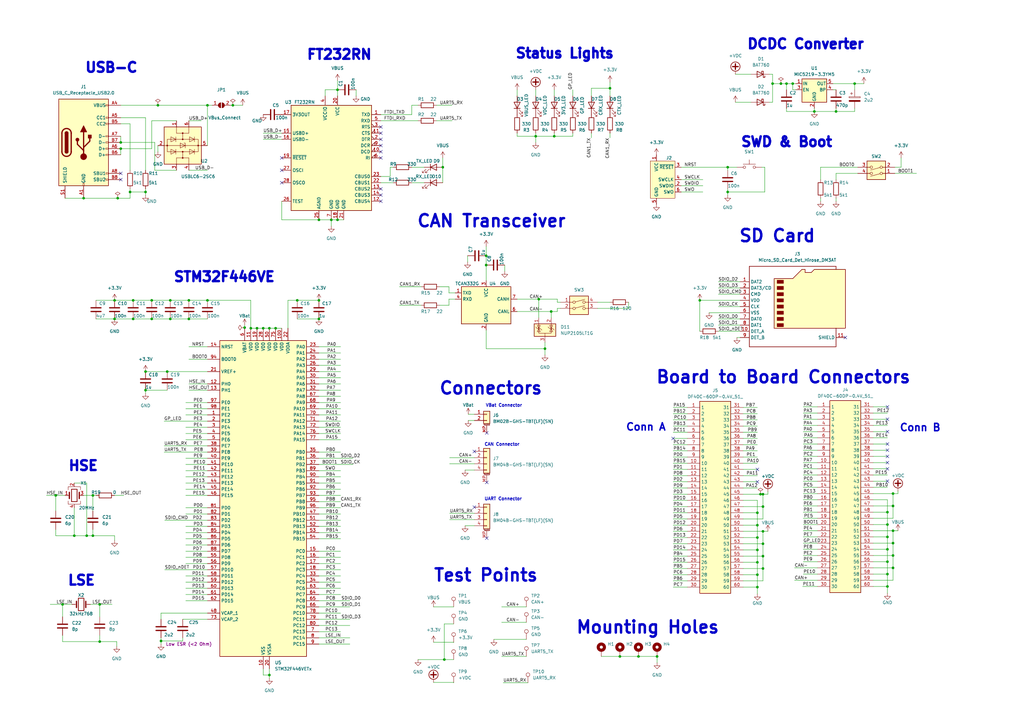
<source format=kicad_sch>
(kicad_sch (version 20230121) (generator eeschema)
  (paper "A3")
  (title_block (title "STM32F446VETx Module") (date "2024-01-22") (rev "Rev 1.0.0"))
  (junction (at 46.99 130.81))
  (junction (at 310.642 240.792))
  (junction (at 312.928 228.092))
  (junction (at 312.928 223.012))
  (junction (at 227.33 55.88))
  (junction (at 46.99 123.19))
  (junction (at 59.69 152.4))
  (junction (at 113.03 134.62))
  (junction (at 366.268 232.918))
  (junction (at 130.81 90.17))
  (junction (at 322.58 34.29))
  (junction (at 22.86 203.2))
  (junction (at 49.53 60.96))
  (junction (at 366.268 217.678))
  (junction (at 223.52 143.002))
  (junction (at 25.654 247.904))
  (junction (at 366.268 202.438))
  (junction (at 320.294 34.29))
  (junction (at 85.09 43.18))
  (junction (at 49.53 58.42))
  (junction (at 261.874 269.24))
  (junction (at 135.89 90.17))
  (junction (at 250.19 36.195))
  (junction (at 107.95 134.62))
  (junction (at 334.01 45.72))
  (junction (at 325.12 34.29))
  (junction (at 34.29 81.28))
  (junction (at 181.61 68.58))
  (junction (at 363.982 230.378))
  (junction (at 102.87 134.62))
  (junction (at 68.58 152.4))
  (junction (at 138.43 90.17))
  (junction (at 40.894 247.904))
  (junction (at 54.61 130.81))
  (junction (at 59.69 78.74))
  (junction (at 199.39 104.902))
  (junction (at 310.642 235.712))
  (junction (at 298.45 68.58))
  (junction (at 182.245 270.51))
  (junction (at 130.81 130.81))
  (junction (at 363.982 235.458))
  (junction (at 53.34 78.74))
  (junction (at 85.09 123.19))
  (junction (at 342.9 45.72))
  (junction (at 59.69 160.02))
  (junction (at 311.912 202.692))
  (junction (at 69.85 130.81))
  (junction (at 110.49 134.62))
  (junction (at 363.982 225.298))
  (junction (at 138.43 36.83))
  (junction (at 310.642 210.312))
  (junction (at 30.48 219.71))
  (junction (at 38.1 203.2))
  (junction (at 363.982 240.538))
  (junction (at 269.494 269.24))
  (junction (at 95.504 43.18))
  (junction (at 310.642 230.632))
  (junction (at 350.52 34.29))
  (junction (at 312.928 207.772))
  (junction (at 110.49 276.86))
  (junction (at 62.23 123.19))
  (junction (at 310.642 220.472))
  (junction (at 363.982 220.218))
  (junction (at 62.23 130.81))
  (junction (at 199.39 108.712))
  (junction (at 366.268 227.838))
  (junction (at 77.47 123.19))
  (junction (at 310.642 215.392))
  (junction (at 316.865 34.29))
  (junction (at 219.71 55.88))
  (junction (at 54.61 123.19))
  (junction (at 363.982 215.138))
  (junction (at 121.92 123.19))
  (junction (at 100.33 134.366))
  (junction (at 310.642 225.552))
  (junction (at 312.928 233.172))
  (junction (at 48.26 81.28))
  (junction (at 40.894 263.144))
  (junction (at 77.47 130.81))
  (junction (at 38.1 219.71))
  (junction (at 130.81 123.19))
  (junction (at 312.928 202.692))
  (junction (at 64.77 43.18))
  (junction (at 366.268 207.518))
  (junction (at 287.02 123.19))
  (junction (at 363.982 210.058))
  (junction (at 366.268 222.758))
  (junction (at 105.41 134.62))
  (junction (at 66.04 262.89))
  (junction (at 254.254 269.24))
  (junction (at 298.45 78.74))
  (junction (at 312.928 217.932))
  (junction (at 226.06 127.762))
  (junction (at 35.56 219.71))
  (junction (at 220.98 122.682))
  (junction (at 69.85 123.19))
  (no_connect (at 49.53 71.12))
  (no_connect (at 199.644 220.726))
  (no_connect (at 363.982 187.198))
  (no_connect (at 363.982 166.878))
  (no_connect (at 363.982 184.658))
  (no_connect (at 276.098 179.832))
  (no_connect (at 310.642 192.532))
  (no_connect (at 115.57 64.77))
  (no_connect (at 363.982 182.118))
  (no_connect (at 156.21 82.55))
  (no_connect (at 156.21 54.61))
  (no_connect (at 363.982 177.038))
  (no_connect (at 115.57 69.85))
  (no_connect (at 156.21 59.69))
  (no_connect (at 156.21 62.23))
  (no_connect (at 363.982 189.738))
  (no_connect (at 346.71 138.43))
  (no_connect (at 194.564 208.026))
  (no_connect (at 199.644 177.546))
  (no_connect (at 363.982 197.358))
  (no_connect (at 49.53 73.66))
  (no_connect (at 115.57 74.93))
  (no_connect (at 156.21 77.47))
  (no_connect (at 310.642 197.612))
  (no_connect (at 156.21 80.01))
  (no_connect (at 156.21 57.15))
  (no_connect (at 363.982 171.958))
  (no_connect (at 156.21 52.07))
  (no_connect (at 199.644 197.866))
  (no_connect (at 363.982 192.278))
  (no_connect (at 156.21 64.77))
  (no_connect (at 194.564 185.166))
  (wire (pts (xy 219.71 55.88) (xy 219.71 58.42)))
  (wire (pts (xy 358.14 217.678) (xy 366.268 217.678)))
  (wire (pts (xy 68.58 152.4) (xy 85.09 152.4)))
  (wire (pts (xy 304.8 240.792) (xy 310.642 240.792)))
  (wire (pts (xy 219.71 55.88) (xy 219.71 54.61)))
  (wire (pts (xy 77.47 69.85) (xy 85.09 69.85)))
  (wire (pts (xy 304.8 233.172) (xy 312.928 233.172)))
  (wire (pts (xy 276.098 192.532) (xy 281.94 192.532)))
  (wire (pts (xy 329.438 207.518) (xy 335.28 207.518)))
  (wire (pts (xy 342.9 71.12) (xy 342.9 73.66)))
  (wire (pts (xy 358.14 232.918) (xy 366.268 232.918)))
  (wire (pts (xy 329.438 225.298) (xy 335.28 225.298)))
  (wire (pts (xy 130.81 231.14) (xy 139.7 231.14)))
  (wire (pts (xy 63.5 58.42) (xy 63.5 69.85)))
  (wire (pts (xy 184.404 210.566) (xy 194.564 210.566)))
  (wire (pts (xy 186.69 122.682) (xy 184.15 122.682)))
  (wire (pts (xy 46.99 130.81) (xy 54.61 130.81)))
  (wire (pts (xy 77.47 157.48) (xy 85.09 157.48)))
  (wire (pts (xy 358.14 179.578) (xy 363.982 179.578)))
  (wire (pts (xy 329.438 235.458) (xy 335.28 235.458)))
  (wire (pts (xy 38.1 219.71) (xy 46.99 219.71)))
  (wire (pts (xy 329.438 212.598) (xy 335.28 212.598)))
  (wire (pts (xy 107.95 276.86) (xy 110.49 276.86)))
  (wire (pts (xy 246.634 269.24) (xy 254.254 269.24)))
  (wire (pts (xy 325.12 34.29) (xy 326.39 34.29)))
  (wire (pts (xy 341.63 34.29) (xy 350.52 34.29)))
  (wire (pts (xy 368.3 202.438) (xy 366.268 202.438)))
  (wire (pts (xy 329.438 174.498) (xy 335.28 174.498)))
  (wire (pts (xy 66.04 262.89) (xy 66.04 264.16)))
  (wire (pts (xy 130.81 256.54) (xy 143.51 256.54)))
  (wire (pts (xy 358.14 184.658) (xy 363.982 184.658)))
  (wire (pts (xy 77.47 142.24) (xy 85.09 142.24)))
  (wire (pts (xy 130.81 203.2) (xy 139.7 203.2)))
  (wire (pts (xy 130.81 172.72) (xy 139.7 172.72)))
  (wire (pts (xy 177.8 248.92) (xy 186.055 248.92)))
  (wire (pts (xy 49.53 43.18) (xy 64.77 43.18)))
  (wire (pts (xy 329.438 220.218) (xy 335.28 220.218)))
  (wire (pts (xy 138.43 33.02) (xy 138.43 36.83)))
  (wire (pts (xy 118.11 134.62) (xy 118.11 123.19)))
  (wire (pts (xy 156.21 49.53) (xy 171.45 49.53)))
  (wire (pts (xy 192.024 172.466) (xy 194.564 172.466)))
  (wire (pts (xy 110.49 276.86) (xy 110.49 278.13)))
  (wire (pts (xy 310.642 215.392) (xy 310.642 220.472)))
  (wire (pts (xy 304.8 205.232) (xy 310.642 205.232)))
  (wire (pts (xy 67.564 233.68) (xy 85.09 233.68)))
  (wire (pts (xy 76.2 177.8) (xy 85.09 177.8)))
  (wire (pts (xy 130.81 213.36) (xy 139.7 213.36)))
  (wire (pts (xy 40.894 247.904) (xy 45.974 247.904)))
  (wire (pts (xy 358.14 174.498) (xy 363.982 174.498)))
  (wire (pts (xy 160.02 68.58) (xy 160.02 72.39)))
  (wire (pts (xy 363.982 220.218) (xy 363.982 225.298)))
  (wire (pts (xy 261.874 269.24) (xy 269.494 269.24)))
  (wire (pts (xy 358.14 204.978) (xy 363.982 204.978)))
  (wire (pts (xy 25.654 247.904) (xy 25.654 252.984)))
  (wire (pts (xy 130.81 243.84) (xy 139.7 243.84)))
  (wire (pts (xy 35.56 219.71) (xy 38.1 219.71)))
  (wire (pts (xy 276.098 184.912) (xy 281.94 184.912)))
  (wire (pts (xy 310.642 220.472) (xy 310.642 225.552)))
  (wire (pts (xy 30.48 219.71) (xy 35.56 219.71)))
  (wire (pts (xy 342.9 71.12) (xy 351.79 71.12)))
  (wire (pts (xy 329.438 189.738) (xy 335.28 189.738)))
  (wire (pts (xy 366.268 202.438) (xy 366.268 207.518)))
  (wire (pts (xy 276.098 202.692) (xy 281.94 202.692)))
  (wire (pts (xy 358.14 189.738) (xy 363.982 189.738)))
  (wire (pts (xy 113.03 134.62) (xy 115.57 134.62)))
  (wire (pts (xy 130.81 187.96) (xy 144.78 187.96)))
  (wire (pts (xy 298.45 69.85) (xy 298.45 68.58)))
  (wire (pts (xy 335.28 215.138) (xy 329.438 215.138)))
  (wire (pts (xy 358.14 166.878) (xy 363.982 166.878)))
  (wire (pts (xy 334.01 44.45) (xy 334.01 45.72)))
  (wire (pts (xy 130.81 208.28) (xy 139.7 208.28)))
  (wire (pts (xy 304.8 225.552) (xy 310.642 225.552)))
  (wire (pts (xy 76.2 208.28) (xy 85.09 208.28)))
  (wire (pts (xy 76.2 200.66) (xy 85.09 200.66)))
  (wire (pts (xy 76.2 241.3) (xy 85.09 241.3)))
  (wire (pts (xy 76.2 180.34) (xy 85.09 180.34)))
  (wire (pts (xy 68.58 160.02) (xy 59.69 160.02)))
  (wire (pts (xy 100.33 133.35) (xy 100.33 134.366)))
  (wire (pts (xy 130.81 90.17) (xy 135.89 90.17)))
  (wire (pts (xy 85.09 43.18) (xy 85.09 59.69)))
  (wire (pts (xy 276.098 240.792) (xy 281.94 240.792)))
  (wire (pts (xy 46.99 123.19) (xy 54.61 123.19)))
  (wire (pts (xy 329.438 182.118) (xy 335.28 182.118)))
  (wire (pts (xy 76.2 246.38) (xy 85.09 246.38)))
  (wire (pts (xy 130.81 149.86) (xy 139.7 149.86)))
  (wire (pts (xy 76.2 243.84) (xy 85.09 243.84)))
  (wire (pts (xy 35.56 198.12) (xy 35.56 219.71)))
  (wire (pts (xy 310.642 205.232) (xy 310.642 210.312)))
  (wire (pts (xy 304.8 192.532) (xy 310.642 192.532)))
  (wire (pts (xy 219.71 36.83) (xy 219.71 39.37)))
  (wire (pts (xy 130.81 193.04) (xy 139.7 193.04)))
  (wire (pts (xy 184.404 187.706) (xy 194.564 187.706)))
  (wire (pts (xy 76.2 218.44) (xy 85.09 218.44)))
  (wire (pts (xy 276.098 210.312) (xy 281.94 210.312)))
  (wire (pts (xy 294.64 133.35) (xy 303.53 133.35)))
  (wire (pts (xy 358.14 220.218) (xy 363.982 220.218)))
  (wire (pts (xy 62.23 60.96) (xy 62.23 49.53)))
  (wire (pts (xy 180.34 125.222) (xy 184.15 125.222)))
  (wire (pts (xy 276.098 172.212) (xy 281.94 172.212)))
  (wire (pts (xy 53.34 50.8) (xy 53.34 69.85)))
  (wire (pts (xy 250.19 33.655) (xy 250.19 36.195)))
  (wire (pts (xy 130.81 154.94) (xy 139.7 154.94)))
  (wire (pts (xy 329.184 240.538) (xy 335.28 240.538)))
  (wire (pts (xy 329.438 230.378) (xy 335.28 230.378)))
  (wire (pts (xy 77.47 123.19) (xy 85.09 123.19)))
  (wire (pts (xy 304.8 223.012) (xy 312.928 223.012)))
  (wire (pts (xy 312.928 202.692) (xy 312.928 207.772)))
  (wire (pts (xy 130.81 246.38) (xy 143.51 246.38)))
  (wire (pts (xy 20.574 247.904) (xy 25.654 247.904)))
  (wire (pts (xy 302.26 138.43) (xy 303.53 138.43)))
  (wire (pts (xy 342.9 82.55) (xy 342.9 81.28)))
  (wire (pts (xy 206.375 280.035) (xy 216.535 280.035)))
  (wire (pts (xy 25.654 247.904) (xy 29.464 247.904)))
  (wire (pts (xy 294.64 118.11) (xy 303.53 118.11)))
  (wire (pts (xy 34.29 81.28) (xy 48.26 81.28)))
  (wire (pts (xy 102.87 134.62) (xy 105.41 134.62)))
  (wire (pts (xy 242.57 36.195) (xy 242.57 39.37)))
  (wire (pts (xy 199.39 135.382) (xy 199.39 143.002)))
  (wire (pts (xy 212.09 127.762) (xy 226.06 127.762)))
  (wire (pts (xy 130.81 241.3) (xy 139.7 241.3)))
  (wire (pts (xy 358.14 237.998) (xy 366.268 237.998)))
  (wire (pts (xy 133.35 39.37) (xy 133.35 36.83)))
  (wire (pts (xy 179.07 49.53) (xy 185.42 49.53)))
  (wire (pts (xy 276.098 220.472) (xy 281.94 220.472)))
  (wire (pts (xy 250.19 56.515) (xy 250.19 54.61)))
  (wire (pts (xy 107.95 57.15) (xy 115.57 57.15)))
  (wire (pts (xy 66.04 262.89) (xy 66.04 261.62)))
  (wire (pts (xy 54.61 130.81) (xy 62.23 130.81)))
  (wire (pts (xy 304.8 220.472) (xy 310.642 220.472)))
  (wire (pts (xy 276.098 217.932) (xy 281.94 217.932)))
  (wire (pts (xy 107.95 54.61) (xy 115.57 54.61)))
  (wire (pts (xy 310.642 230.632) (xy 310.642 235.712)))
  (wire (pts (xy 53.34 78.74) (xy 53.34 77.47)))
  (wire (pts (xy 326.39 36.83) (xy 325.12 36.83)))
  (wire (pts (xy 67.564 213.36) (xy 85.09 213.36)))
  (wire (pts (xy 130.81 220.98) (xy 139.7 220.98)))
  (wire (pts (xy 49.53 58.42) (xy 63.5 58.42)))
  (wire (pts (xy 186.055 255.905) (xy 182.245 255.905)))
  (wire (pts (xy 85.09 123.19) (xy 102.87 123.19)))
  (wire (pts (xy 95.504 43.18) (xy 99.568 43.18)))
  (wire (pts (xy 276.098 225.552) (xy 281.94 225.552)))
  (wire (pts (xy 76.2 193.04) (xy 85.09 193.04)))
  (wire (pts (xy 59.69 80.01) (xy 59.69 78.74)))
  (wire (pts (xy 47.879 265.049) (xy 47.879 263.144)))
  (wire (pts (xy 304.8 184.912) (xy 310.642 184.912)))
  (wire (pts (xy 130.81 205.74) (xy 139.7 205.74)))
  (wire (pts (xy 298.45 78.74) (xy 298.45 77.47)))
  (wire (pts (xy 358.14 194.818) (xy 363.982 194.818)))
  (wire (pts (xy 298.45 68.58) (xy 279.4 68.58)))
  (wire (pts (xy 228.6 126.492) (xy 228.6 127.762)))
  (wire (pts (xy 329.438 192.278) (xy 335.28 192.278)))
  (wire (pts (xy 227.33 36.83) (xy 227.33 39.37)))
  (wire (pts (xy 212.09 55.88) (xy 219.71 55.88)))
  (wire (pts (xy 304.8 189.992) (xy 310.642 189.992)))
  (wire (pts (xy 49.53 50.8) (xy 53.34 50.8)))
  (wire (pts (xy 48.26 81.28) (xy 53.34 81.28)))
  (wire (pts (xy 294.64 130.81) (xy 303.53 130.81)))
  (wire (pts (xy 130.81 170.18) (xy 139.7 170.18)))
  (wire (pts (xy 130.81 142.24) (xy 139.7 142.24)))
  (wire (pts (xy 194.564 215.646) (xy 190.754 215.646)))
  (wire (pts (xy 205.74 269.24) (xy 215.9 269.24)))
  (wire (pts (xy 26.67 81.28) (xy 34.29 81.28)))
  (wire (pts (xy 130.81 238.76) (xy 139.7 238.76)))
  (wire (pts (xy 130.81 177.8) (xy 139.7 177.8)))
  (wire (pts (xy 358.14 177.038) (xy 363.982 177.038)))
  (wire (pts (xy 192.024 169.926) (xy 194.564 169.926)))
  (wire (pts (xy 363.982 210.058) (xy 363.982 215.138)))
  (wire (pts (xy 276.098 182.372) (xy 281.94 182.372)))
  (wire (pts (xy 276.098 169.672) (xy 281.94 169.672)))
  (wire (pts (xy 304.8 202.692) (xy 311.912 202.692)))
  (wire (pts (xy 358.14 199.898) (xy 363.982 199.898)))
  (wire (pts (xy 358.14 187.198) (xy 363.982 187.198)))
  (wire (pts (xy 329.438 171.958) (xy 335.28 171.958)))
  (wire (pts (xy 366.268 217.678) (xy 366.268 222.758)))
  (wire (pts (xy 184.15 122.682) (xy 184.15 125.222)))
  (wire (pts (xy 22.86 219.71) (xy 30.48 219.71)))
  (wire (pts (xy 358.14 215.138) (xy 363.982 215.138)))
  (wire (pts (xy 223.52 140.462) (xy 223.52 143.002)))
  (wire (pts (xy 49.53 48.26) (xy 59.69 48.26)))
  (wire (pts (xy 269.494 269.24) (xy 269.494 271.78)))
  (wire (pts (xy 76.2 228.6) (xy 85.09 228.6)))
  (wire (pts (xy 64.77 59.69) (xy 64.77 62.23)))
  (wire (pts (xy 74.93 254) (xy 85.09 254)))
  (wire (pts (xy 30.48 208.28) (xy 30.48 219.71)))
  (wire (pts (xy 358.14 192.278) (xy 363.982 192.278)))
  (wire (pts (xy 160.02 68.58) (xy 161.29 68.58)))
  (wire (pts (xy 227.33 54.61) (xy 227.33 55.88)))
  (wire (pts (xy 312.928 217.932) (xy 312.928 223.012)))
  (wire (pts (xy 76.2 198.12) (xy 85.09 198.12)))
  (wire (pts (xy 184.404 190.246) (xy 194.564 190.246)))
  (wire (pts (xy 342.9 45.72) (xy 350.52 45.72)))
  (wire (pts (xy 276.098 238.252) (xy 281.94 238.252)))
  (wire (pts (xy 59.69 78.74) (xy 59.69 77.47)))
  (wire (pts (xy 350.52 34.29) (xy 350.52 36.83)))
  (wire (pts (xy 322.58 45.72) (xy 334.01 45.72)))
  (wire (pts (xy 358.14 240.538) (xy 363.982 240.538)))
  (wire (pts (xy 130.81 226.06) (xy 139.7 226.06)))
  (wire (pts (xy 304.8 195.072) (xy 310.642 195.072)))
  (wire (pts (xy 336.55 68.58) (xy 336.55 73.66)))
  (wire (pts (xy 276.098 187.452) (xy 281.94 187.452)))
  (wire (pts (xy 304.8 212.852) (xy 312.928 212.852)))
  (wire (pts (xy 312.928 207.772) (xy 312.928 212.852)))
  (wire (pts (xy 366.268 232.918) (xy 366.268 237.998)))
  (wire (pts (xy 181.61 68.58) (xy 181.61 74.93)))
  (wire (pts (xy 245.11 123.952) (xy 250.19 123.952)))
  (wire (pts (xy 156.21 74.93) (xy 161.29 74.93)))
  (wire (pts (xy 76.2 220.98) (xy 85.09 220.98)))
  (wire (pts (xy 66.04 254) (xy 66.04 251.46)))
  (wire (pts (xy 135.89 90.17) (xy 138.43 90.17)))
  (wire (pts (xy 316.865 41.91) (xy 315.595 41.91)))
  (wire (pts (xy 38.1 203.2) (xy 39.37 203.2)))
  (wire (pts (xy 329.438 184.658) (xy 335.28 184.658)))
  (wire (pts (xy 76.2 170.18) (xy 85.09 170.18)))
  (wire (pts (xy 294.64 115.57) (xy 303.53 115.57)))
  (wire (pts (xy 130.81 198.12) (xy 139.7 198.12)))
  (wire (pts (xy 121.92 123.19) (xy 130.81 123.19)))
  (wire (pts (xy 228.6 123.952) (xy 228.6 122.682)))
  (wire (pts (xy 168.91 74.93) (xy 173.99 74.93)))
  (wire (pts (xy 366.268 222.758) (xy 366.268 227.838)))
  (wire (pts (xy 294.64 125.73) (xy 303.53 125.73)))
  (wire (pts (xy 184.15 117.602) (xy 180.34 117.602)))
  (wire (pts (xy 130.81 152.4) (xy 139.7 152.4)))
  (wire (pts (xy 276.098 177.292) (xy 281.94 177.292)))
  (wire (pts (xy 242.57 36.195) (xy 250.19 36.195)))
  (wire (pts (xy 276.098 197.612) (xy 281.94 197.612)))
  (wire (pts (xy 358.14 207.518) (xy 366.268 207.518)))
  (wire (pts (xy 182.245 270.51) (xy 186.055 270.51)))
  (wire (pts (xy 329.438 202.438) (xy 335.28 202.438)))
  (wire (pts (xy 368.3 201.422) (xy 368.3 202.438)))
  (wire (pts (xy 130.81 261.62) (xy 143.51 261.62)))
  (wire (pts (xy 294.64 120.65) (xy 303.53 120.65)))
  (wire (pts (xy 130.81 200.66) (xy 139.7 200.66)))
  (wire (pts (xy 47.879 263.144) (xy 40.894 263.144)))
  (wire (pts (xy 276.098 205.232) (xy 281.94 205.232)))
  (wire (pts (xy 118.11 123.19) (xy 121.92 123.19)))
  (wire (pts (xy 182.245 255.905) (xy 182.245 270.51)))
  (wire (pts (xy 366.268 207.518) (xy 366.268 212.598)))
  (wire (pts (xy 191.77 104.902) (xy 191.77 107.442)))
  (wire (pts (xy 366.268 227.838) (xy 366.268 232.918)))
  (wire (pts (xy 322.58 34.29) (xy 325.12 34.29)))
  (wire (pts (xy 25.654 263.144) (xy 40.894 263.144)))
  (wire (pts (xy 115.57 90.17) (xy 130.81 90.17)))
  (wire (pts (xy 186.69 120.142) (xy 184.15 120.142)))
  (wire (pts (xy 279.4 78.74) (xy 288.29 78.74)))
  (wire (pts (xy 107.95 274.32) (xy 107.95 276.86)))
  (wire (pts (xy 304.8 215.392) (xy 310.642 215.392)))
  (wire (pts (xy 184.404 213.106) (xy 194.564 213.106)))
  (wire (pts (xy 115.57 82.55) (xy 115.57 90.17)))
  (wire (pts (xy 39.37 130.81) (xy 46.99 130.81)))
  (wire (pts (xy 363.982 215.138) (xy 363.982 220.218)))
  (wire (pts (xy 76.2 167.64) (xy 85.09 167.64)))
  (wire (pts (xy 177.8 263.398) (xy 186.055 263.398)))
  (wire (pts (xy 130.81 218.44) (xy 139.7 218.44)))
  (wire (pts (xy 314.96 201.676) (xy 314.96 202.692)))
  (wire (pts (xy 335.28 179.578) (xy 329.438 179.578)))
  (wire (pts (xy 171.45 270.51) (xy 182.245 270.51)))
  (wire (pts (xy 336.55 68.58) (xy 351.79 68.58)))
  (wire (pts (xy 226.06 127.762) (xy 226.06 130.302)))
  (wire (pts (xy 76.2 187.96) (xy 85.09 187.96)))
  (wire (pts (xy 329.438 222.758) (xy 335.28 222.758)))
  (wire (pts (xy 368.3 217.678) (xy 366.268 217.678)))
  (wire (pts (xy 199.39 108.712) (xy 199.39 115.062)))
  (wire (pts (xy 130.81 236.22) (xy 139.7 236.22)))
  (wire (pts (xy 34.29 203.2) (xy 38.1 203.2)))
  (wire (pts (xy 276.098 189.992) (xy 281.94 189.992)))
  (wire (pts (xy 130.81 259.08) (xy 139.7 259.08)))
  (wire (pts (xy 257.81 123.952) (xy 257.81 126.492)))
  (wire (pts (xy 130.81 185.42) (xy 139.7 185.42)))
  (wire (pts (xy 46.99 221.615) (xy 46.99 219.71)))
  (wire (pts (xy 313.69 78.74) (xy 298.45 78.74)))
  (wire (pts (xy 130.81 165.1) (xy 139.7 165.1)))
  (wire (pts (xy 212.09 36.83) (xy 212.09 39.37)))
  (wire (pts (xy 100.33 134.366) (xy 100.33 134.62)))
  (wire (pts (xy 341.63 36.83) (xy 342.9 36.83)))
  (wire (pts (xy 160.02 72.39) (xy 156.21 72.39)))
  (wire (pts (xy 207.01 108.712) (xy 207.01 111.252)))
  (wire (pts (xy 369.57 64.77) (xy 369.57 68.58)))
  (wire (pts (xy 46.99 203.2) (xy 50.8 203.2)))
  (wire (pts (xy 184.15 120.142) (xy 184.15 117.602)))
  (wire (pts (xy 304.8 228.092) (xy 312.928 228.092)))
  (wire (pts (xy 276.098 207.772) (xy 281.94 207.772)))
  (wire (pts (xy 325.12 36.83) (xy 325.12 34.29)))
  (wire (pts (xy 133.35 36.83) (xy 138.43 36.83)))
  (wire (pts (xy 212.09 55.88) (xy 212.09 54.61)))
  (wire (pts (xy 329.438 169.418) (xy 335.28 169.418)))
  (wire (pts (xy 329.438 204.978) (xy 335.28 204.978)))
  (wire (pts (xy 38.1 217.17) (xy 38.1 219.71)))
  (wire (pts (xy 313.69 68.58) (xy 313.69 78.74)))
  (wire (pts (xy 304.8 217.932) (xy 312.928 217.932)))
  (wire (pts (xy 77.47 147.32) (xy 85.09 147.32)))
  (wire (pts (xy 329.438 177.038) (xy 335.28 177.038)))
  (wire (pts (xy 76.2 226.06) (xy 85.09 226.06)))
  (wire (pts (xy 358.14 182.118) (xy 363.982 182.118)))
  (wire (pts (xy 77.47 49.53) (xy 82.55 49.53)))
  (wire (pts (xy 138.43 36.83) (xy 138.43 39.37)))
  (wire (pts (xy 212.09 122.682) (xy 220.98 122.682)))
  (wire (pts (xy 199.39 143.002) (xy 223.52 143.002)))
  (wire (pts (xy 276.098 223.012) (xy 281.94 223.012)))
  (wire (pts (xy 177.8 279.908) (xy 186.055 279.908)))
  (wire (pts (xy 219.71 55.88) (xy 227.33 55.88)))
  (wire (pts (xy 310.642 235.712) (xy 310.642 240.792)))
  (wire (pts (xy 234.95 54.61) (xy 234.95 55.88)))
  (wire (pts (xy 304.8 174.752) (xy 310.642 174.752)))
  (wire (pts (xy 76.2 223.52) (xy 85.09 223.52)))
  (wire (pts (xy 130.81 215.9) (xy 139.7 215.9)))
  (wire (pts (xy 59.69 152.4) (xy 68.58 152.4)))
  (wire (pts (xy 281.94 215.392) (xy 276.098 215.392)))
  (wire (pts (xy 276.098 200.152) (xy 281.94 200.152)))
  (wire (pts (xy 186.055 279.908) (xy 186.055 280.035)))
  (wire (pts (xy 76.2 238.76) (xy 85.09 238.76)))
  (wire (pts (xy 276.098 167.132) (xy 281.94 167.132)))
  (wire (pts (xy 130.81 264.16) (xy 143.51 264.16)))
  (wire (pts (xy 63.5 69.85) (xy 72.39 69.85)))
  (wire (pts (xy 202.565 262.255) (xy 215.9 262.255)))
  (wire (pts (xy 220.98 122.682) (xy 228.6 122.682)))
  (wire (pts (xy 105.41 134.62) (xy 107.95 134.62)))
  (wire (pts (xy 205.74 248.92) (xy 215.9 248.92)))
  (wire (pts (xy 287.02 123.19) (xy 303.53 123.19)))
  (wire (pts (xy 130.81 248.92) (xy 143.51 248.92)))
  (wire (pts (xy 336.55 82.55) (xy 336.55 81.28)))
  (wire (pts (xy 130.81 157.48) (xy 139.7 157.48)))
  (wire (pts (xy 223.52 143.002) (xy 223.52 145.542)))
  (wire (pts (xy 130.81 144.78) (xy 139.7 144.78)))
  (wire (pts (xy 325.882 237.998) (xy 335.28 237.998)))
  (wire (pts (xy 329.438 217.678) (xy 335.28 217.678)))
  (wire (pts (xy 171.45 43.18) (xy 168.91 43.18)))
  (wire (pts (xy 312.928 228.092) (xy 312.928 233.172)))
  (wire (pts (xy 320.294 34.29) (xy 322.58 34.29)))
  (wire (pts (xy 242.57 56.515) (xy 242.57 54.61)))
  (wire (pts (xy 342.9 45.72) (xy 342.9 44.45)))
  (wire (pts (xy 49.53 60.96) (xy 62.23 60.96)))
  (wire (pts (xy 358.14 222.758) (xy 366.268 222.758)))
  (wire (pts (xy 130.81 180.34) (xy 139.7 180.34)))
  (wire (pts (xy 76.2 210.82) (xy 85.09 210.82)))
  (wire (pts (xy 322.58 44.45) (xy 322.58 45.72)))
  (wire (pts (xy 314.96 217.932) (xy 312.928 217.932)))
  (wire (pts (xy 314.96 202.692) (xy 312.928 202.692)))
  (wire (pts (xy 76.2 203.2) (xy 85.09 203.2)))
  (wire (pts (xy 287.02 123.19) (xy 287.02 135.89)))
  (wire (pts (xy 186.055 263.398) (xy 186.055 263.525)))
  (wire (pts (xy 281.94 179.832) (xy 276.098 179.832)))
  (wire (pts (xy 205.74 255.27) (xy 215.9 255.27)))
  (wire (pts (xy 39.37 123.19) (xy 46.99 123.19)))
  (wire (pts (xy 53.34 81.28) (xy 53.34 78.74)))
  (wire (pts (xy 220.98 122.682) (xy 220.98 130.302)))
  (wire (pts (xy 25.654 263.144) (xy 25.654 260.604)))
  (wire (pts (xy 229.87 126.492) (xy 228.6 126.492)))
  (wire (pts (xy 130.81 175.26) (xy 139.7 175.26)))
  (wire (pts (xy 163.83 125.222) (xy 172.72 125.222)))
  (wire (pts (xy 76.2 231.14) (xy 85.09 231.14)))
  (wire (pts (xy 77.47 160.02) (xy 85.09 160.02)))
  (wire (pts (xy 329.438 194.818) (xy 335.28 194.818)))
  (wire (pts (xy 66.04 262.89) (xy 74.93 262.89)))
  (wire (pts (xy 49.53 60.96) (xy 49.53 63.5)))
  (wire (pts (xy 304.8 172.212) (xy 310.642 172.212)))
  (wire (pts (xy 329.438 199.898) (xy 335.28 199.898)))
  (wire (pts (xy 181.61 64.77) (xy 181.61 68.58)))
  (wire (pts (xy 190.754 192.786) (xy 194.564 192.786)))
  (wire (pts (xy 316.865 30.48) (xy 316.865 34.29)))
  (wire (pts (xy 130.81 162.56) (xy 139.7 162.56)))
  (wire (pts (xy 163.83 117.602) (xy 172.72 117.602)))
  (wire (pts (xy 301.625 41.91) (xy 307.975 41.91)))
  (wire (pts (xy 130.81 147.32) (xy 139.7 147.32)))
  (wire (pts (xy 76.2 165.1) (xy 85.09 165.1)))
  (wire (pts (xy 304.8 169.672) (xy 310.642 169.672)))
  (wire (pts (xy 62.23 123.19) (xy 69.85 123.19)))
  (wire (pts (xy 22.86 217.17) (xy 22.86 219.71)))
  (wire (pts (xy 363.982 204.978) (xy 363.982 210.058)))
  (wire (pts (xy 227.33 55.88) (xy 234.95 55.88)))
  (wire (pts (xy 316.865 30.48) (xy 315.595 30.48)))
  (wire (pts (xy 358.14 171.958) (xy 363.982 171.958)))
  (wire (pts (xy 358.14 210.058) (xy 363.982 210.058)))
  (wire (pts (xy 276.098 212.852) (xy 281.94 212.852)))
  (wire (pts (xy 276.098 174.752) (xy 281.94 174.752)))
  (wire (pts (xy 329.438 210.058) (xy 335.28 210.058)))
  (wire (pts (xy 358.14 212.598) (xy 366.268 212.598)))
  (wire (pts (xy 130.81 210.82) (xy 139.7 210.82)))
  (wire (pts (xy 110.49 134.62) (xy 113.03 134.62)))
  (wire (pts (xy 234.95 36.83) (xy 234.95 39.37)))
  (wire (pts (xy 310.642 210.312) (xy 310.642 215.392)))
  (wire (pts (xy 130.81 167.64) (xy 139.7 167.64)))
  (wire (pts (xy 301.625 30.48) (xy 307.975 30.48)))
  (wire (pts (xy 304.8 210.312) (xy 310.642 210.312)))
  (wire (pts (xy 40.894 263.144) (xy 40.894 260.604)))
  (wire (pts (xy 304.8 235.712) (xy 310.642 235.712)))
  (wire (pts (xy 37.084 247.904) (xy 40.894 247.904)))
  (wire (pts (xy 49.53 55.88) (xy 49.53 58.42)))
  (wire (pts (xy 62.23 130.81) (xy 69.85 130.81)))
  (wire (pts (xy 67.31 185.42) (xy 85.09 185.42)))
  (wire (pts (xy 350.52 45.72) (xy 350.52 44.45)))
  (wire (pts (xy 156.21 46.99) (xy 168.91 46.99)))
  (wire (pts (xy 312.928 223.012) (xy 312.928 228.092)))
  (wire (pts (xy 69.85 123.19) (xy 77.47 123.19)))
  (wire (pts (xy 38.1 203.2) (xy 38.1 209.55)))
  (wire (pts (xy 298.45 80.01) (xy 298.45 78.74)))
  (wire (pts (xy 279.4 76.2) (xy 288.29 76.2)))
  (wire (pts (xy 358.14 202.438) (xy 366.268 202.438)))
  (wire (pts (xy 102.87 123.19) (xy 102.87 134.62)))
  (wire (pts (xy 226.06 127.762) (xy 228.6 127.762)))
  (wire (pts (xy 67.31 182.88) (xy 85.09 182.88)))
  (wire (pts (xy 130.81 195.58) (xy 139.7 195.58)))
  (wire (pts (xy 74.93 262.89) (xy 74.93 261.62)))
  (wire (pts (xy 310.642 225.552) (xy 310.642 230.632)))
  (wire (pts (xy 54.61 123.19) (xy 62.23 123.19)))
  (wire (pts (xy 229.87 123.952) (xy 228.6 123.952)))
  (wire (pts (xy 304.8 207.772) (xy 312.928 207.772)))
  (wire (pts (xy 276.098 195.072) (xy 281.94 195.072)))
  (wire (pts (xy 350.52 34.29) (xy 354.33 34.29)))
  (wire (pts (xy 325.882 232.918) (xy 335.28 232.918)))
  (wire (pts (xy 130.81 233.68) (xy 139.7 233.68)))
  (wire (pts (xy 64.77 43.18) (xy 85.09 43.18)))
  (wire (pts (xy 316.865 34.29) (xy 320.294 34.29)))
  (wire (pts (xy 276.098 230.632) (xy 281.94 230.632)))
  (wire (pts (xy 168.91 68.58) (xy 173.99 68.58)))
  (wire (pts (xy 59.69 48.26) (xy 59.69 69.85)))
  (wire (pts (xy 76.2 190.5) (xy 85.09 190.5)))
  (wire (pts (xy 304.8 238.252) (xy 312.928 238.252)))
  (wire (pts (xy 110.49 274.32) (xy 110.49 276.86)))
  (wire (pts (xy 276.098 235.712) (xy 281.94 235.712)))
  (wire (pts (xy 135.89 92.71) (xy 135.89 90.17)))
  (wire (pts (xy 59.69 161.29) (xy 59.69 160.02)))
  (wire (pts (xy 358.14 225.298) (xy 363.982 225.298)))
  (wire (pts (xy 290.83 128.27) (xy 303.53 128.27)))
  (wire (pts (xy 146.05 36.83) (xy 146.05 39.37)))
  (wire (pts (xy 311.912 202.692) (xy 312.928 202.692)))
  (wire (pts (xy 53.34 78.74) (xy 59.69 78.74)))
  (wire (pts (xy 67.31 172.72) (xy 85.09 172.72)))
  (wire (pts (xy 179.07 43.18) (xy 185.42 43.18)))
  (wire (pts (xy 59.69 160.02) (xy 59.69 158.75)))
  (wire (pts (xy 19.05 203.2) (xy 22.86 203.2)))
  (wire (pts (xy 254.254 269.24) (xy 261.874 269.24)))
  (wire (pts (xy 22.86 209.55) (xy 22.86 203.2)))
  (wire (pts (xy 329.438 187.198) (xy 335.28 187.198)))
  (wire (pts (xy 334.01 45.72) (xy 342.9 45.72)))
  (wire (pts (xy 316.865 34.29) (xy 316.865 41.91)))
  (wire (pts (xy 363.982 230.378) (xy 363.982 235.458)))
  (wire (pts (xy 304.8 167.132) (xy 310.642 167.132)))
  (wire (pts (xy 304.8 187.452) (xy 310.642 187.452)))
  (wire (pts (xy 107.95 134.62) (xy 110.49 134.62)))
  (wire (pts (xy 313.69 68.58) (xy 312.42 68.58)))
  (wire (pts (xy 85.09 43.18) (xy 86.995 43.18)))
  (wire (pts (xy 76.2 215.9) (xy 85.09 215.9)))
  (wire (pts (xy 322.58 34.29) (xy 322.58 36.83)))
  (wire (pts (xy 130.81 190.5) (xy 144.78 190.5)))
  (wire (pts (xy 40.894 247.904) (xy 40.894 252.984)))
  (wire (pts (xy 130.81 254) (xy 143.51 254)))
  (wire (pts (xy 250.19 36.195) (xy 250.19 39.37)))
  (wire (pts (xy 363.982 235.458) (xy 363.982 240.538)))
  (wire (pts (xy 363.982 240.538) (xy 363.982 243.332)))
  (wire (pts (xy 363.982 225.298) (xy 363.982 230.378)))
  (wire (pts (xy 199.39 104.902) (xy 199.39 108.712)))
  (wire (pts (xy 76.2 175.26) (xy 85.09 175.26)))
  (wire (pts (xy 304.8 230.632) (xy 310.642 230.632)))
  (wire (pts (xy 329.438 227.838) (xy 335.28 227.838)))
  (wire (pts (xy 168.91 43.18) (xy 168.91 46.99)))
  (wire (pts (xy 121.92 130.81) (xy 130.81 130.81)))
  (wire (pts (xy 358.14 235.458) (xy 363.982 235.458)))
  (wire (pts (xy 257.81 126.492) (xy 245.11 126.492)))
  (wire (pts (xy 312.928 233.172) (xy 312.928 238.252)))
  (wire (pts (xy 358.14 197.358) (xy 363.982 197.358)))
  (wire (pts (xy 367.03 68.58) (xy 369.57 68.58)))
  (wire (pts (xy 358.14 230.378) (xy 363.982 230.378)))
  (wire (pts (xy 30.48 198.12) (xy 35.56 198.12)))
  (wire (pts (xy 298.45 68.58) (xy 302.26 68.58)))
  (wire (pts (xy 130.81 160.02) (xy 139.7 160.02)))
  (wire (pts (xy 279.4 73.66) (xy 288.29 73.66)))
  (wire (pts (xy 304.8 200.152) (xy 310.642 200.152)))
  (wire (pts (xy 367.03 71.12) (xy 375.92 71.12)))
  (wire (pts (xy 276.098 233.172) (xy 281.94 233.172)))
  (wire (pts (xy 199.39 101.092) (xy 199.39 104.902)))
  (wire (pts (xy 69.85 130.81) (xy 77.47 130.81)))
  (wire (pts (xy 138.43 90.17) (xy 140.97 90.17)))
  (wire (pts (xy 66.04 251.46) (xy 85.09 251.46)))
  (wire (pts (xy 304.8 179.832) (xy 310.642 179.832)))
  (wire (pts (xy 304.8 182.372) (xy 310.642 182.372)))
  (wire (pts (xy 276.098 228.092) (xy 281.94 228.092)))
  (wire (pts (xy 329.438 197.358) (xy 335.28 197.358)))
  (wire (pts (xy 294.64 135.89) (xy 303.53 135.89)))
  (wire (pts (xy 62.23 49.53) (xy 72.39 49.53)))
  (wire (pts (xy 94.615 43.18) (xy 95.504 43.18)))
  (wire (pts (xy 130.81 251.46) (xy 139.7 251.46)))
  (wire (pts (xy 76.2 195.58) (xy 85.09 195.58)))
  (wire (pts (xy 304.8 197.612) (xy 310.642 197.612)))
  (wire (pts (xy 358.14 227.838) (xy 366.268 227.838)))
  (wire (pts (xy 304.8 177.292) (xy 310.642 177.292)))
  (wire (pts (xy 329.438 166.878) (xy 335.28 166.878)))
  (wire (pts (xy 76.2 236.22) (xy 85.09 236.22)))
  (wire (pts (xy 77.47 130.81) (xy 85.09 130.81)))
  (wire (pts (xy 310.642 240.792) (xy 310.642 243.586)))
  (wire (pts (xy 358.14 169.418) (xy 363.982 169.418)))
  (wire (pts (xy 22.86 203.2) (xy 26.67 203.2)))
  (wire (pts (xy 130.81 228.6) (xy 139.7 228.6)))
  (text "HSE\n" (at 27.686 193.548 0) (effects (font (size 4 4) (thickness 1) bold) (justify left bottom)))
  (text "Board to Board Connectors" (at 268.732 157.734 0) (effects (font (size 5 5) (thickness 1) bold) (justify left bottom)))
  (text "SWD & Boot" (at 303.53 60.706 0) (effects (font (size 4 4) (thickness 1) bold) (justify left bottom)))
  (text "SD Card" (at 302.768 99.822 0) (effects (font (size 5 5) (thickness 1) bold) (justify left bottom)))
  (text "Test Points" (at 177.546 239.014 0) (effects (font (size 5 5) (thickness 1) bold) (justify left bottom)))
  (text "FT232RN" (at 125.476 24.892 0) (effects (font (size 4 4) (thickness 1) bold) (justify left bottom)))
  (text "CAN Connector\n" (at 198.628 183.134 0) (effects (font (size 1.27 1.27) bold) (justify left bottom)))
  (text "LSE\n" (at 27.432 240.538 0) (effects (font (size 4 4) (thickness 1) bold) (justify left bottom)))
  (text "VBat Connector" (at 199.136 167.132 0) (effects (font (size 1.27 1.27) bold) (justify left bottom)))
  (text "CAN Transceiver" (at 170.688 93.726 0) (effects (font (size 5 5) (thickness 1) bold) (justify left bottom)))
  (text "USB-C\n" (at 34.544 30.226 0) (effects (font (size 4 4) (thickness 1) bold) (justify left bottom)))
  (text "Conn A" (at 256.54 177.038 0) (effects (font (size 3 3) (thickness 0.6) bold) (justify left bottom)))
  (text "Connectors" (at 179.832 162.306 0) (effects (font (size 5 5) (thickness 1) bold) (justify left bottom)))
  (text "Conn B" (at 368.808 177.292 0) (effects (font (size 3 3) (thickness 0.6) bold) (justify left bottom)))
  (text "STM32F446VE" (at 70.866 116.078 0) (effects (font (size 4 4) (thickness 1) bold) (justify left bottom)))
  (text "Mounting Holes\n" (at 235.966 260.35 0) (effects (font (size 5 5) (thickness 1) bold) (justify left bottom)))
  (text "Status Lights" (at 211.074 24.384 0) (effects (font (size 4 4) (thickness 1) bold) (justify left bottom)))
  (text "UART Connector\n" (at 198.628 205.486 0) (effects (font (size 1.27 1.27) bold) (justify left bottom)))
  (text "DCDC Converter" (at 306.07 20.574 0) (effects (font (size 4 4) (thickness 1) bold) (justify left bottom)))
  (label "PE3" (at 79.248 172.72 0))
  (label "PD1" (at 276.098 192.532 0))
  (label "PE9" (at 329.438 230.378 0))
  (label "PD0" (at 276.098 187.452 0))
  (label "PA7" (at 133.858 160.02 0))
  (label "CAN1_RX" (at 139.7 205.74 0))
  (label "PD14" (at 276.098 225.552 0))
  (label "CAN-" (at 325.882 232.918 0))
  (label "PE1" (at 79.248 167.64 0))
  (label "PD15" (at 276.098 230.632 0))
  (label "PD0" (at 79.248 208.28 0))
  (label "PD13" (at 78.74 241.3 0))
  (label "PB7" (at 133.604 203.2 0))
  (label "CAN+" (at 207.645 248.92 0))
  (label "PA11" (at 133.604 170.18 0))
  (label "UART5_TX" (at 180.34 49.53 0))
  (label "PD10" (at 276.098 205.232 0))
  (label "PB5" (at 133.604 198.12 0))
  (label "PB6" (at 276.098 238.252 0))
  (label "PC10" (at 133.35 251.46 0))
  (label "PC10" (at 276.352 172.212 0))
  (label "SWO" (at 133.35 193.04 0))
  (label "PE12" (at 359.664 169.418 0))
  (label "PE6" (at 329.438 207.518 0))
  (label "PA6" (at 329.438 184.658 0))
  (label "PC12" (at 276.098 182.372 0))
  (label "SDIO_D0" (at 294.64 130.81 0))
  (label "PC12" (at 133.35 256.54 0))
  (label "PB10" (at 133.604 210.82 0))
  (label "PE0" (at 306.324 182.372 0))
  (label "UART5_TX" (at 205.74 269.24 0))
  (label "PA1" (at 329.438 171.958 0))
  (label "UART5_RX" (at 184.404 210.566 0))
  (label "PE11" (at 79.248 193.04 0))
  (label "PC9" (at 133.604 248.92 0))
  (label "PD2" (at 276.098 197.612 0))
  (label "UART5_TX" (at 184.404 213.106 0))
  (label "PB0" (at 329.438 204.978 0))
  (label "USB_D-" (at 107.95 57.15 0))
  (label "PD11" (at 276.098 210.312 0))
  (label "CAN-" (at 207.645 255.27 0))
  (label "PE15" (at 78.994 203.2 0))
  (label "PC11" (at 133.35 254 0))
  (label "PC8" (at 133.604 246.38 0))
  (label "PB6" (at 133.604 200.66 0))
  (label "PD12" (at 78.74 238.76 0))
  (label "PE14" (at 359.156 179.578 0))
  (label "SWDIO" (at 133.35 175.26 0))
  (label "PB5" (at 276.098 233.172 0))
  (label "SDIO_CMD" (at 294.64 120.65 0))
  (label "PB9" (at 306.578 177.292 0))
  (label "PB4" (at 133.604 195.58 0))
  (label "PD4" (at 78.994 218.44 0))
  (label "LSE_OUT" (at 45.974 247.904 180))
  (label "PD5" (at 276.098 212.852 0))
  (label "PB8" (at 133.604 205.74 0))
  (label "HSE_OUT" (at 49.53 203.2 0))
  (label "PD7" (at 78.994 226.06 0))
  (label "PD14" (at 78.74 243.84 0))
  (label "SDIO_D2" (at 139.7 187.96 0))
  (label "PD9" (at 78.994 231.14 0))
  (label "UART5_RX" (at 180.34 43.18 0))
  (label "SDIO_D2" (at 294.64 115.57 0))
  (label "PA3" (at 329.438 169.418 0))
  (label "PC8" (at 306.07 169.672 0))
  (label "CAN+" (at 217.17 122.682 0))
  (label "PA4" (at 134.112 152.4 0))
  (label "PC4" (at 329.438 194.818 0))
  (label "PA15" (at 276.098 167.132 0))
  (label "PA0" (at 134.112 142.24 0))
  (label "PE6" (at 78.994 180.34 0))
  (label "CAN+" (at 325.882 237.998 0))
  (label "PD7" (at 276.098 223.012 0))
  (label "HSE_IN" (at 19.05 203.2 0))
  (label "PE7" (at 329.438 220.218 0))
  (label "UART5_RX" (at 206.375 280.035 0))
  (label "GP_LED" (at 329.438 222.758 0))
  (label "UART5_TX" (at 67.31 185.42 0))
  (label "PE5" (at 78.994 177.8 0))
  (label "PD3" (at 276.098 202.692 0))
  (label "PD6" (at 78.994 223.52 0))
  (label "LSE_OUT" (at 133.35 264.16 0))
  (label "BOOT1" (at 368.3 71.12 0))
  (label "PA5" (at 329.692 179.578 0))
  (label "PC5" (at 133.604 238.76 0))
  (label "FTDI_RXD" (at 157.48 49.53 0))
  (label "PB12" (at 133.604 213.36 0))
  (label "PC6" (at 276.098 235.712 0))
  (label "PE2" (at 79.248 170.18 0))
  (label "UART5_RX" (at 67.31 182.88 0))
  (label "PA12" (at 133.604 172.72 0))
  (label "PB8" (at 306.07 172.212 0))
  (label "PD1" (at 79.248 210.82 0))
  (label "PA7" (at 329.438 189.738 0))
  (label "SDIO_D1" (at 294.64 133.35 0))
  (label "PD11" (at 78.74 236.22 0))
  (label "PC0" (at 133.604 226.06 0))
  (label "PE5" (at 329.692 212.598 0))
  (label "PD15" (at 78.74 246.38 0))
  (label "PE11" (at 329.184 240.538 0))
  (label "PC1" (at 133.604 228.6 0))
  (label "PC9" (at 306.07 174.752 0))
  (label "PB13" (at 133.604 215.9 0))
  (label "PD13" (at 276.098 220.472 0))
  (label "GP_LED" (at 234.95 36.83 90))
  (label "PE4" (at 79.248 175.26 0))
  (label "PA8" (at 306.324 179.832 0))
  (label "PE8" (at 79.502 185.42 0))
  (label "SWCLK" (at 133.35 177.8 0))
  (label "PB13" (at 276.098 174.752 0))
  (label "USB_D+" (at 107.95 54.61 0))
  (label "PE13" (at 359.156 174.498 0))
  (label "BOOT1" (at 329.438 215.138 0))
  (label "PD4" (at 276.098 207.772 0))
  (label "CAN1_TX" (at 163.83 125.222 0))
  (label "BOOT1" (at 132.08 190.5 0))
  (label "PE13" (at 78.994 198.12 0))
  (label "PA9" (at 305.816 184.912 0))
  (label "CAN-" (at 188.214 190.246 0))
  (label "PE14" (at 79.248 200.66 0))
  (label "CAN-" (at 217.17 127.762 0))
  (label "SDIO_D3" (at 139.954 254 0))
  (label "PC13" (at 329.438 202.438 0))
  (label "PC7" (at 276.098 240.792 0))
  (label "SWCLK" (at 280.67 73.66 0))
  (label "PD3" (at 79.248 215.9 0))
  (label "FTDI_TXD" (at 157.48 46.99 0))
  (label "SDIO_D0" (at 139.954 246.38 0))
  (label "PC2" (at 133.604 231.14 0))
  (label "HSE_IN" (at 77.47 157.48 0))
  (label "SDIO_nDET" (at 67.564 233.68 0))
  (label "PB14" (at 133.604 218.44 0))
  (label "PD2" (at 78.994 213.36 0))
  (label "GP_LED" (at 67.31 172.72 0))
  (label "PB7" (at 305.816 167.132 0))
  (label "PC6" (at 133.604 241.3 0))
  (label "PB1" (at 329.438 210.058 0))
  (label "PE15" (at 358.902 194.818 0))
  (label "NRST" (at 78.74 142.24 0))
  (label "PD6" (at 276.098 217.932 0))
  (label "SDIO_CK" (at 139.7 190.5 0))
  (label "PE8" (at 329.438 225.298 0))
  (label "PD8" (at 78.994 228.6 0))
  (label "USB_D-" (at 80.01 69.85 0))
  (label "PE2" (at 329.438 227.838 0))
  (label "SWDIO" (at 280.67 76.2 0))
  (label "CAN1_RX" (at 250.19 56.515 270))
  (label "SWO" (at 280.67 78.74 0))
  (label "PA2" (at 134.112 147.32 0))
  (label "PC3" (at 329.438 182.118 0))
  (label "PB10" (at 359.156 199.898 0))
  (label "PB9" (at 133.604 208.28 0))
  (label "SDIO_nDET" (at 294.64 135.89 0))
  (label "PA9" (at 133.858 165.1 0))
  (label "PB12" (at 276.098 169.672 0))
  (label "PE1" (at 306.07 187.452 0))
  (label "PA5" (at 134.112 154.94 0))
  (label "PC0" (at 329.438 197.358 0))
  (label "PA10" (at 133.604 167.64 0))
  (label "USB_D+" (at 77.47 49.53 0))
  (label "PC11" (at 276.098 177.292 0))
  (label "PE10" (at 79.248 190.5 0))
  (label "PA11" (at 306.07 195.072 0))
  (label "PC13" (at 133.35 259.08 0))
  (label "PA2" (at 329.438 166.878 0))
  (label "PE4" (at 329.438 217.678 0))
  (label "PA3" (at 134.112 149.86 0))
  (label "PA8" (at 133.858 162.56 0))
  (label "PC4" (at 133.604 236.22 0))
  (label "PC2" (at 329.438 187.198 0))
  (label "PC5" (at 329.438 199.898 0))
  (label "PA0" (at 329.438 177.038 0))
  (label "PA15" (at 133.604 180.34 0))
  (label "PE7" (at 79.248 182.88 0))
  (label "HSE_OUT" (at 77.47 160.02 0))
  (label "PC7" (at 133.604 243.84 0))
  (label "CAN1_TX" (at 139.7 208.28 0))
  (label "PA10" (at 306.324 189.992 0))
  (label "LSE_IN" (at 133.35 261.62 0))
  (label "PB14" (at 276.098 184.912 0))
  (label "PD8" (at 276.098 195.072 0))
  (label "PA6" (at 134.112 157.48 0))
  (label "PB0" (at 133.604 185.42 0))
  (label "PE10" (at 329.438 235.458 0))
  (label "PB4" (at 276.098 228.092 0))
  (label "PB1" (at 133.604 187.96 0))
  (label "SDIO_CMD" (at 67.564 213.36 0))
  (label "NRST" (at 280.67 68.58 0))
  (label "SDIO_CK" (at 294.64 125.73 0))
  (label "LSE_IN" (at 23.114 247.904 0))
  (label "PA12" (at 305.816 200.152 0))
  (label "CAN1_TX" (at 242.57 56.515 270))
  (label "PB15" (at 133.604 220.98 0))
  (label "SDIO_D1" (at 139.954 248.92 0))
  (label "CAN+" (at 188.214 187.706 0))
  (label "PE9" (at 79.248 187.96 0))
  (label "PB15" (at 276.098 189.992 0))
  (label "PD10" (at 78.994 233.68 0))
  (label "CAN1_RX" (at 163.83 117.602 0))
  (label "BOOT0" (at 344.17 68.58 0))
  (label "BOOT0" (at 78.74 147.32 0))
  (label "PC1" (at 329.438 192.278 0))
  (label "PA1" (at 134.112 144.78 0))
  (label "PD9" (at 276.098 200.152 0))
  (label "SDIO_D3" (at 294.64 118.11 0))
  (label "PE12" (at 78.994 195.58 0))
  (label "PD12" (at 276.098 215.392 0))
  (label "PE0" (at 79.248 165.1 0))
  (label "PC3" (at 133.604 233.68 0))
  (label "PD5" (at 78.994 220.98 0))
  (label "PA4" (at 329.438 174.498 0))
  (symbol (lib_id "Device:R") (at 165.1 74.93 270) (unit 1)
    (property "Reference" "R12" (at 161.29 73.66 90))
    (property "Value" "330" (at 168.91 73.66 90))
    (property "Footprint" "Resistor_SMD:R_0603_1608Metric" (effects hide))
    (property "JLCPCB" "C441887" (effects hide))
  )
  (symbol (lib_id "power:GND") (at 192.024 172.466 0) (unit 1)
    (property "Reference" "#PWR039" (effects hide))
    (property "Value" "GND" (at 192.024 177.546 0))
  )
  (symbol (lib_id "Power_Protection:NUP2105L") (at 223.52 135.382 0) (unit 1)
    (property "Reference" "D11" (at 229.87 134.112 0) (effects (justify left)))
    (property "Value" "NUP2105LT1G" (at 229.87 136.652 0) (effects (justify left)))
    (property "Footprint" "Package_TO_SOT_SMD:SOT-23" (effects hide))
    (property "Datasheet" "http://www.onsemi.com/pub_link/Collateral/NUP2105L-D.PDF" (effects hide))
    (property "JLCPCB" "C14486" (effects hide))
  )
  (symbol (lib_id "Connector:TestPoint") (at 215.9 262.255 0) (unit 1) (in_bom no)
    (property "Reference" "TP5" (at 217.805 257.683 0) (effects (justify left)))
    (property "Value" "GND" (at 217.805 260.223 0) (effects (justify left)))
    (property "Footprint" "TestPoint:TestPoint_Pad_D1.5mm" (effects hide))
  )
  (symbol (lib_id "power:+VDC") (at 301.625 30.48 0) (unit 1)
    (property "Reference" "#PWR01" (effects hide))
    (property "Value" "+VDC" (at 301.625 22.86 0))
  )
  (symbol (lib_id "Connector:Micro_SD_Card_Det_Hirose_DM3AT") (at 326.39 125.73 0) (unit 1)
    (property "Reference" "J3" (at 327.025 104.14 0))
    (property "Value" "Micro_SD_Card_Det_Hirose_DM3AT" (at 327.025 106.68 0))
    (property "Footprint" "Connector_Card:microSD_HC_Hirose_DM3D-SF" (effects hide))
    (property "Datasheet" "https://www.hirose.com/product/en/download_file/key_name/DM3/category/Catalog/doc_file_id/49662/?file_category_id=4&item_id=195&is_series=1" (effects hide))
    (property "JLCPCB" "C719027" (effects hide))
  )
  (symbol (lib_id "Device:C") (at 121.92 127 0) (unit 1)
    (property "Reference" "C16" (at 123.19 124.46 0) (effects (justify left)))
    (property "Value" "100n" (at 121.92 129.54 0) (effects (justify left)))
    (property "Footprint" "Capacitor_SMD:C_0603_1608Metric" (effects hide))
    (property "JLCPCB" "C1591" (effects hide))
  )
  (symbol (lib_id "power:+3.3V") (at 199.39 101.092 0) (unit 1)
    (property "Reference" "#PWR024" (effects hide))
    (property "Value" "+3.3V" (at 199.39 96.012 0))
  )
  (symbol (lib_id "Device:R") (at 342.9 77.47 0) (unit 1)
    (property "Reference" "R14" (at 344.17 74.93 0) (effects (justify left)))
    (property "Value" "5k1" (at 344.17 80.01 0) (effects (justify left)))
    (property "Footprint" "Resistor_SMD:R_0603_1608Metric" (effects hide))
    (property "JLCPCB" "C105580" (effects hide))
  )
  (symbol (lib_id "power:VBUS") (at 212.09 36.83 0) (unit 1)
    (property "Reference" "#PWR05" (effects hide))
    (property "Value" "VBUS" (at 212.09 31.75 0))
  )
  (symbol (lib_id "Connector:TestPoint") (at 186.055 248.92 0) (unit 1) (in_bom no)
    (property "Reference" "TP1" (at 187.96 244.348 0) (effects (justify left)))
    (property "Value" "VBUS" (at 187.96 246.888 0) (effects (justify left)))
    (property "Footprint" "TestPoint:TestPoint_Pad_D1.5mm" (effects hide))
  )
  (symbol (lib_id "Switch:SW_DIP_x02") (at 359.41 68.58 180) (unit 1)
    (property "Reference" "SW2" (at 359.41 64.135 0))
    (property "Value" "SW_DIP_x02" (effects hide))
    (property "Footprint" "whose_lib:218-2LPSTRF" (effects hide))
    (property "JLCPCB" "C314498" (effects hide))
  )
  (symbol (lib_id "power:GND") (at 59.69 80.01 0) (unit 1)
    (property "Reference" "#PWR018" (effects hide))
    (property "Value" "GND" (at 62.23 82.55 0))
  )
  (symbol (lib_id "power:+3.3V") (at 269.24 63.5 0) (unit 1)
    (property "Reference" "#PWR015" (effects hide))
    (property "Value" "+3.3V" (at 269.24 58.42 0))
  )
  (symbol (lib_id "Regulator_Linear:MIC5219-3.3YM5") (at 334.01 36.83 0) (unit 1)
    (property "Reference" "U1" (at 334.01 27.94 0))
    (property "Value" "MIC5219-3.3YM5" (at 334.01 30.48 0))
    (property "Footprint" "Package_TO_SOT_SMD:SOT-23-5" (effects hide))
    (property "Datasheet" "http://ww1.microchip.com/downloads/en/DeviceDoc/MIC5219-500mA-Peak-Output-LDO-Regulator-DS20006021A.pdf" (effects hide))
    (property "JLCPCB" "C29613" (effects hide))
  )
  (symbol (lib_id "Device:C") (at 111.76 46.99 270) (unit 1)
    (property "Reference" "C5" (at 111.76 43.18 90) (effects (justify left)))
    (property "Value" "100n" (at 113.03 48.26 90) (effects (justify left)))
    (property "Footprint" "Capacitor_SMD:C_0603_1608Metric" (effects hide))
    (property "JLCPCB" "C1591" (effects hide))
  )
  (symbol (lib_id "Connector:TestPoint") (at 216.535 280.035 0) (unit 1) (in_bom no)
    (property "Reference" "TP10" (at 218.44 275.463 0) (effects (justify left)))
    (property "Value" "UART5_RX" (at 218.44 278.003 0) (effects (justify left)))
    (property "Footprint" "TestPoint:TestPoint_Pad_D1.5mm" (effects hide))
  )
  (symbol (lib_id "Device:C") (at 130.81 127 0) (unit 1)
    (property "Reference" "C17" (at 132.08 124.46 0) (effects (justify left)))
    (property "Value" "1u" (at 130.81 129.54 0) (effects (justify left)))
    (property "Footprint" "Capacitor_SMD:C_0603_1608Metric" (effects hide))
    (property "JLCPCB" "C5673" (effects hide))
  )
  (symbol (lib_id "power:GND") (at 342.9 82.55 0) (unit 1)
    (property "Reference" "#PWR021" (effects hide))
    (property "Value" "GND" (at 342.9 87.63 0))
  )
  (symbol (lib_id "Interface_CAN_LIN:TCAN332G") (at 199.39 125.222 0) (unit 1)
    (property "Reference" "U4" (at 200.66 116.332 0) (effects (justify left)))
    (property "Value" "TCAN332G" (at 186.69 116.332 0) (effects (justify left)))
    (property "Footprint" "Package_SO:SOIC-8_3.9x4.9mm_P1.27mm" (effects hide))
    (property "Datasheet" "http://www.ti.com/lit/ds/symlink/tcan337.pdf" (effects hide))
    (property "JLCPCB" "C191010" (effects hide))
  )
  (symbol (lib_id "power:VBUS") (at 314.96 217.932 0) (unit 1)
    (property "Reference" "#PWR045" (effects hide))
    (property "Value" "VBUS" (at 314.96 214.376 0))
  )
  (symbol (lib_id "Device:Crystal_GND24") (at 30.48 203.2 0) (unit 1)
    (property "Reference" "X1" (at 34.29 198.12 0))
    (property "Value" "20MHz" (at 35.56 208.28 0))
    (property "Footprint" "Crystal:Crystal_SMD_3225-4Pin_3.2x2.5mm" (effects hide))
    (property "Datasheet" "https://www.we-online.com/components/products/datasheet/830108207209.pdf" (effects hide))
    (property "Mouser" "https://www.mouser.sg/ProductDetail/Wurth-Elektronik/830108207209?qs=hWgE7mdIu5QIK2RaX2S5hg%3D%3D" (effects hide))
  )
  (symbol (lib_id "Device:C_Polarized") (at 350.52 40.64 0) (unit 1)
    (property "Reference" "C4" (at 354.33 38.481 0) (effects (justify left)))
    (property "Value" "2u2" (at 354.33 41.021 0) (effects (justify left)))
    (property "Footprint" "Capacitor_Tantalum_SMD:CP_EIA-3216-18_Kemet-A_Pad1.58x1.35mm_HandSolder" (effects hide))
    (property "Comment" "Tantalum" (effects hide))
    (property "JLCPCB" "C600494" (effects hide))
  )
  (symbol (lib_id "Connector:TestPoint") (at 186.055 255.905 0) (unit 1) (in_bom no)
    (property "Reference" "TP4" (at 187.96 251.333 0) (effects (justify left)))
    (property "Value" "GND" (at 187.96 253.873 0) (effects (justify left)))
    (property "Footprint" "TestPoint:TestPoint_Pad_D1.5mm" (effects hide))
  )
  (symbol (lib_id "Device:C") (at 142.24 36.83 90) (unit 1)
    (property "Reference" "C1" (at 139.7 35.56 0) (effects (justify left)))
    (property "Value" "100n" (at 144.78 36.83 0) (effects (justify left)))
    (property "Footprint" "Capacitor_SMD:C_0603_1608Metric" (effects hide))
    (property "JLCPCB" "C1591" (effects hide))
  )
  (symbol (lib_id "Device:R") (at 254 123.952 90) (unit 1)
    (property "Reference" "R16" (at 254 126.492 90) (effects (justify left)))
    (property "Value" "120" (at 259.08 126.492 90) (effects (justify left)))
    (property "Footprint" "Resistor_SMD:R_0603_1608Metric" (effects hide))
    (property "JLCPCB" "C114640" (effects hide))
  )
  (symbol (lib_id "power:+3.3V") (at 227.33 36.83 0) (unit 1)
    (property "Reference" "#PWR07" (effects hide))
    (property "Value" "+3.3V" (at 227.33 31.75 0))
  )
  (symbol (lib_id "power:VBUS") (at 138.43 33.02 0) (unit 1)
    (property "Reference" "#PWR02" (effects hide))
    (property "Value" "VBUS" (at 138.43 27.94 0))
  )
  (symbol (lib_id "Device:R") (at 175.26 43.18 270) (unit 1)
    (property "Reference" "R1" (at 172.72 40.64 90))
    (property "Value" "22" (at 177.8 40.64 90))
    (property "Footprint" "Resistor_SMD:R_0603_1608Metric" (effects hide))
    (property "JLCPCB" "C491194" (effects hide))
  )
  (symbol (lib_id "Device:R") (at 219.71 50.8 0) (unit 1)
    (property "Reference" "R4" (at 223.52 53.34 0))
    (property "Value" "330" (at 223.52 50.8 0))
    (property "Footprint" "Resistor_SMD:R_0603_1608Metric" (effects hide))
    (property "JLCPCB" "C441887" (effects hide))
  )
  (symbol (lib_id "power:+VDC") (at 368.3 201.422 0) (unit 1)
    (property "Reference" "#PWR041" (effects hide))
    (property "Value" "+VDC" (at 368.3 195.072 0))
  )
  (symbol (lib_id "Device:C") (at 39.37 127 0) (unit 1)
    (property "Reference" "C9" (at 40.64 124.46 0) (effects (justify left)))
    (property "Value" "4u7" (at 39.37 129.54 0) (effects (justify left)))
    (property "Footprint" "Capacitor_SMD:C_0805_2012Metric" (effects hide))
    (property "JLCPCB" "C77077" (effects hide))
  )
  (symbol (lib_id "Device:C") (at 25.654 256.794 0) (unit 1)
    (property "Reference" "C22" (at 29.464 255.524 0) (effects (justify left)))
    (property "Value" "8p" (at 29.464 258.064 0) (effects (justify left)))
    (property "Footprint" "Capacitor_SMD:C_0603_1608Metric" (effects hide))
    (property "JLCPCB" "C469531" (effects hide))
  )
  (symbol (lib_id "power:GND") (at 334.01 45.72 0) (unit 1)
    (property "Reference" "#PWR011" (effects hide))
    (property "Value" "GND" (at 334.01 50.8 0))
  )
  (symbol (lib_id "power:+VDC") (at 177.8 279.908 0) (unit 1)
    (property "Reference" "#PWR057" (effects hide))
    (property "Value" "+VDC" (at 177.8 273.558 0))
  )
  (symbol (lib_id "Device:LED") (at 242.57 43.18 90) (unit 1)
    (property "Reference" "D7" (at 243.84 40.64 90))
    (property "Value" "CRX_LED" (at 246.38 43.18 0))
    (property "Footprint" "LED_SMD:LED_0603_1608Metric" (effects hide))
    (property "JLCPCB" "C72038" (effects hide))
  )
  (symbol (lib_id "power:+3.3V") (at 130.81 123.19 0) (unit 1)
    (property "Reference" "#PWR028" (effects hide))
    (property "Value" "+3.3V" (at 130.81 118.11 0))
  )
  (symbol (lib_id "Switch:SW_Push") (at 307.34 68.58 0) (unit 1)
    (property "Reference" "SW1" (at 307.34 62.23 0))
    (property "Value" "SW_Push" (effects hide))
    (property "Footprint" "Button_Switch_SMD:SW_Push_1P1T_NO_Vertical_Wuerth_434133025816" (effects hide))
  )
  (symbol (lib_id "Device:LED") (at 212.09 43.18 90) (unit 1)
    (property "Reference" "D3" (at 213.36 40.64 90))
    (property "Value" "VBUS_LED" (at 215.9 43.18 0))
    (property "Footprint" "LED_SMD:LED_0603_1608Metric" (effects hide))
    (property "JLCPCB" "C131281" (effects hide))
  )
  (symbol (lib_id "Device:R") (at 212.09 50.8 0) (unit 1)
    (property "Reference" "R3" (at 215.9 53.34 0))
    (property "Value" "330" (at 215.9 50.8 0))
    (property "Footprint" "Resistor_SMD:R_0603_1608Metric" (effects hide))
    (property "JLCPCB" "C441887" (effects hide))
  )
  (symbol (lib_id "power:GND") (at 223.52 145.542 0) (unit 1)
    (property "Reference" "#PWR035" (effects hide))
    (property "Value" "GND" (at 223.52 150.622 0))
  )
  (symbol (lib_id "Connector:Conn_ARM_SWD_TagConnect_TC2030") (at 271.78 73.66 0) (unit 1) (in_bom no)
    (property "Reference" "J2" (at 275.59 64.77 0) (effects (justify right)))
    (property "Value" "Conn_ARM_SWD_TagConnect_TC2030" (effects hide))
    (property "Footprint" "Connector:Tag-Connect_TC2030-IDC-FP_2x03_P1.27mm_Vertical" (effects hide))
    (property "Datasheet" "https://www.tag-connect.com/wp-content/uploads/bsk-pdf-manager/TC2030-CTX_1.pdf" (effects hide))
  )
  (symbol (lib_id "power:+3.3V") (at 287.02 123.19 0) (unit 1)
    (property "Reference" "#PWR029" (effects hide))
    (property "Value" "+3.3V" (at 287.02 118.11 0))
  )
  (symbol (lib_id "Device:R") (at 176.53 125.222 90) (unit 1)
    (property "Reference" "R17" (at 176.53 127.762 90) (effects (justify left)))
    (property "Value" "22" (at 181.61 127.762 90) (effects (justify left)))
    (property "Footprint" "Resistor_SMD:R_0603_1608Metric" (effects hide))
    (property "JLCPCB" "C491194" (effects hide))
  )
  (symbol (lib_id "Switch:SW_DIP_x02") (at 237.49 126.492 0) (unit 1)
    (property "Reference" "SW3" (at 237.49 118.872 0))
    (property "Value" "SW_DIP_x02" (effects hide))
    (property "Footprint" "whose_lib:218-2LPSTRF" (effects hide))
    (property "JLCPCB" "C314498" (effects hide))
  )
  (symbol (lib_id "power:VBUS") (at 301.625 41.91 0) (unit 1)
    (property "Reference" "#PWR09" (effects hide))
    (property "Value" "VBUS" (at 301.625 36.83 0))
  )
  (symbol (lib_id "power:+3.3V") (at 59.69 152.4 0) (unit 1)
    (property "Reference" "#PWR036" (effects hide))
    (property "Value" "+3.3V" (at 59.69 147.32 0))
  )
  (symbol (lib_id "power:+3.3V") (at 354.33 34.29 0) (unit 1)
    (property "Reference" "#PWR04" (effects hide))
    (property "Value" "+3.3V" (at 354.33 29.21 0))
  )
  (symbol (lib_id "power:GND") (at 290.83 128.27 0) (unit 1)
    (property "Reference" "#PWR030" (effects hide))
    (property "Value" "GND" (at 290.83 133.35 0))
  )
  (symbol (lib_id "power:PWR_FLAG") (at 95.504 43.18 0) (unit 1)
    (property "Reference" "#FLG03" (effects hide))
    (property "Value" "PWR_FLAG" (effects hide))
  )
  (symbol (lib_id "power:GND") (at 130.81 130.81 0) (unit 1)
    (property "Reference" "#PWR032" (effects hide))
    (property "Value" "GND" (at 130.81 135.89 0))
  )
  (symbol (lib_id "Device:LED") (at 177.8 74.93 0) (unit 1)
    (property "Reference" "D10" (at 179.07 72.39 0))
    (property "Value" "RX_LED" (at 173.99 72.39 0))
    (property "Footprint" "LED_SMD:LED_0603_1608Metric" (effects hide))
    (property "JLCPCB" "C72038" (effects hide))
  )
  (symbol (lib_name "VBat_1") (lib_id "power:VBat") (at 100.33 133.35 0) (unit 1) (in_bom no) (on_board no)
    (property "Reference" "#PWR033" (effects hide))
    (property "Value" "VBat" (at 100.33 129.54 0))
  )
  (symbol (lib_id "Device:C") (at 298.45 73.66 0) (unit 1)
    (property "Reference" "C6" (at 299.72 71.12 0) (effects (justify left)))
    (property "Value" "100n" (at 298.45 76.2 0) (effects (justify left)))
    (property "Footprint" "Capacitor_SMD:C_0603_1608Metric" (effects hide))
    (property "JLCPCB" "C1591" (effects hide))
  )
  (symbol (lib_id "Connector:TestPoint") (at 215.9 248.92 0) (unit 1) (in_bom no)
    (property "Reference" "TP2" (at 217.805 244.348 0) (effects (justify left)))
    (property "Value" "CAN+" (at 217.805 246.888 0) (effects (justify left)))
    (property "Footprint" "TestPoint:TestPoint_Pad_D1.5mm" (effects hide))
  )
  (symbol (lib_id "power:GND") (at 46.99 221.615 0) (unit 1)
    (property "Reference" "#PWR046" (effects hide))
    (property "Value" "GND" (at 46.99 226.695 0))
  )
  (symbol (lib_id "power:GND") (at 107.95 46.99 0) (unit 1)
    (property "Reference" "#PWR012" (effects hide))
    (property "Value" "GND" (at 105.41 49.53 0))
  )
  (symbol (lib_id "Connector_Generic_MountingPin:Conn_01x02_MountingPin") (at 199.644 169.926 0) (unit 1)
    (property "Reference" "J6" (at 202.184 170.2816 0) (effects (justify left)))
    (property "Value" "BM02B-GHS-TBT(LF)(SN)" (at 202.184 172.8216 0) (effects (justify left)))
    (property "Footprint" "Connector_JST:JST_GH_BM02B-GHS-TBT_1x02-1MP_P1.25mm_Vertical" (effects hide))
    (property "JLCPCB" "C161690" (effects hide))
  )
  (symbol (lib_id "power:GND") (at 336.55 82.55 0) (unit 1)
    (property "Reference" "#PWR020" (effects hide))
    (property "Value" "GND" (at 336.55 87.63 0))
  )
  (symbol (lib_id "Device:C") (at 38.1 213.36 0) (unit 1)
    (property "Reference" "C21" (at 41.91 212.09 0) (effects (justify left)))
    (property "Value" "6p" (at 41.91 214.63 0) (effects (justify left)))
    (property "Footprint" "Capacitor_SMD:C_0603_1608Metric" (effects hide))
    (property "JLCPCB" "C130125" (effects hide))
  )
  (symbol (lib_id "Mechanical:MountingHole_Pad") (at 246.634 266.7 0) (unit 1) (in_bom no)
    (property "Reference" "H1" (at 249.174 264.16 0) (effects (justify left)))
    (property "Value" "MountingHole_Pad" (effects hide))
    (property "Footprint" "MountingHole:MountingHole_2.7mm_M2.5_Pad_Via" (effects hide))
  )
  (symbol (lib_id "power:GND") (at 202.565 262.255 0) (unit 1)
    (property "Reference" "#PWR050" (effects hide))
    (property "Value" "GND" (at 202.565 267.335 0))
  )
  (symbol (lib_id "Device:LED") (at 219.71 43.18 90) (unit 1)
    (property "Reference" "D4" (at 220.98 40.64 90))
    (property "Value" "VDC_LED" (at 223.52 43.18 0))
    (property "Footprint" "LED_SMD:LED_0603_1608Metric" (effects hide))
    (property "JLCPCB" "C131281" (effects hide))
  )
  (symbol (lib_id "power:PWR_FLAG") (at 100.33 134.366 90) (unit 1)
    (property "Reference" "#FLG05" (effects hide))
    (property "Value" "PWR_FLAG" (effects hide))
  )
  (symbol (lib_id "Connector_Generic_MountingPin:Conn_01x04_MountingPin") (at 199.644 187.706 0) (unit 1)
    (property "Reference" "J7" (at 202.184 188.0616 0) (effects (justify left)))
    (property "Value" "BM04B-GHS-TBT(LF)(SN)" (at 202.184 190.6016 0) (effects (justify left)))
    (property "Footprint" "Connector_JST:JST_GH_BM04B-GHS-TBT_1x04-1MP_P1.25mm_Vertical" (effects hide))
    (property "JLCPCB" "C161692" (effects hide))
  )
  (symbol (lib_id "Connector_Generic_MountingPin:Conn_01x04_MountingPin") (at 199.644 210.566 0) (unit 1)
    (property "Reference" "J8" (at 202.184 210.9216 0) (effects (justify left)))
    (property "Value" "BM04B-GHS-TBT(LF)(SN)" (at 202.184 213.4616 0) (effects (justify left)))
    (property "Footprint" "Connector_JST:JST_GH_BM04B-GHS-TBT_1x04-1MP_P1.25mm_Vertical" (effects hide))
    (property "JLCPCB" "C161692" (effects hide))
  )
  (symbol (lib_id "Connector:TestPoint") (at 186.055 280.035 0) (unit 1) (in_bom no)
    (property "Reference" "TP9" (at 187.96 275.463 0) (effects (justify left)))
    (property "Value" "+VDC" (at 187.96 278.003 0) (effects (justify left)))
    (property "Footprint" "TestPoint:TestPoint_Pad_D1.5mm" (effects hide))
  )
  (symbol (lib_id "power:GND") (at 46.99 130.81 0) (unit 1)
    (property "Reference" "#PWR031" (effects hide))
    (property "Value" "GND" (at 46.99 135.89 0))
  )
  (symbol (lib_id "Device:R") (at 176.53 117.602 90) (unit 1)
    (property "Reference" "R15" (at 176.53 120.142 90) (effects (justify left)))
    (property "Value" "22" (at 181.61 120.142 90) (effects (justify left)))
    (property "Footprint" "Resistor_SMD:R_0603_1608Metric" (effects hide))
    (property "JLCPCB" "C491194" (effects hide))
  )
  (symbol (lib_id "power:PWR_FLAG") (at 48.26 81.28 0) (unit 1)
    (property "Reference" "#FLG04" (effects hide))
    (property "Value" "PWR_FLAG" (effects hide))
  )
  (symbol (lib_id "Device:C") (at 54.61 127 0) (unit 1)
    (property "Reference" "C11" (at 55.88 124.46 0) (effects (justify left)))
    (property "Value" "100n" (at 54.61 129.54 0) (effects (justify left)))
    (property "Footprint" "Capacitor_SMD:C_0603_1608Metric" (effects hide))
    (property "JLCPCB" "C1591" (effects hide))
  )
  (symbol (lib_id "Device:LED") (at 227.33 43.18 90) (unit 1)
    (property "Reference" "D5" (at 228.6 40.64 90))
    (property "Value" "3V3_LED" (at 231.14 43.18 0))
    (property "Footprint" "LED_SMD:LED_0603_1608Metric" (effects hide))
    (property "JLCPCB" "C131281" (effects hide))
  )
  (symbol (lib_id "Device:R") (at 336.55 77.47 0) (unit 1)
    (property "Reference" "R13" (at 337.82 74.93 0) (effects (justify left)))
    (property "Value" "5k1" (at 337.82 80.01 0) (effects (justify left)))
    (property "Footprint" "Resistor_SMD:R_0603_1608Metric" (effects hide))
    (property "JLCPCB" "C105580" (effects hide))
  )
  (symbol (lib_id "Diode:BAT760") (at 311.785 41.91 180) (unit 1)
    (property "Reference" "D2" (at 312.1025 35.56 0))
    (property "Value" "BAT760" (at 312.1025 38.1 0))
    (property "Footprint" "Diode_SMD:D_SOD-323_HandSoldering" (effects hide))
    (property "Datasheet" "https://www.mouser.sg/datasheet/2/115/ds30498-3214912.pdf" (effects hide))
    (property "JLCPCB" "C124187" (effects hide))
  )
  (symbol (lib_id "power:+3.3V") (at 46.99 123.19 0) (unit 1)
    (property "Reference" "#PWR027" (effects hide))
    (property "Value" "+3.3V" (at 46.99 118.11 0))
  )
  (symbol (lib_id "Device:R") (at 165.1 68.58 270) (unit 1)
    (property "Reference" "R9" (at 161.29 67.31 90))
    (property "Value" "330" (at 168.91 67.31 90))
    (property "Footprint" "Resistor_SMD:R_0603_1608Metric" (effects hide))
    (property "JLCPCB" "C441887" (effects hide))
  )
  (symbol (lib_id "Device:R") (at 242.57 50.8 0) (unit 1)
    (property "Reference" "R7" (at 246.38 53.34 0))
    (property "Value" "330" (at 246.38 50.8 0))
    (property "Footprint" "Resistor_SMD:R_0603_1608Metric" (effects hide))
    (property "JLCPCB" "C441887" (effects hide))
  )
  (symbol (lib_id "Mechanical:MountingHole_Pad") (at 254.254 266.7 0) (unit 1) (in_bom no)
    (property "Reference" "H2" (at 256.794 264.16 0) (effects (justify left)))
    (property "Value" "MountingHole_Pad" (effects hide))
    (property "Footprint" "MountingHole:MountingHole_2.7mm_M2.5_Pad_Via" (effects hide))
  )
  (symbol (lib_id "Device:R") (at 234.95 50.8 0) (unit 1)
    (property "Reference" "R6" (at 238.76 53.34 0))
    (property "Value" "330" (at 238.76 50.8 0))
    (property "Footprint" "Resistor_SMD:R_0603_1608Metric" (effects hide))
    (property "JLCPCB" "C441887" (effects hide))
  )
  (symbol (lib_id "Device:R") (at 53.34 73.66 180) (unit 1)
    (property "Reference" "R10" (at 54.61 71.12 0) (effects (justify right)))
    (property "Value" "5k1" (at 54.61 74.93 0) (effects (justify right)))
    (property "Footprint" "Resistor_SMD:R_0603_1608Metric" (effects hide))
    (property "JLCPCB" "C105580" (effects hide))
  )
  (symbol (lib_id "Connector:USB_C_Receptacle_USB2.0") (at 34.29 58.42 0) (unit 1)
    (property "Reference" "J1" (at 34.29 35.56 0))
    (property "Value" "USB_C_Receptacle_USB2.0" (at 34.29 38.1 0))
    (property "Footprint" "Connector_USB:USB_C_Receptacle_GCT_USB4105-xx-A_16P_TopMnt_Horizontal" (effects hide))
    (property "Datasheet" "https://www.usb.org/sites/default/files/documents/usb_type-c.zip" (effects hide))
  )
  (symbol (lib_id "power:+VDC") (at 219.71 36.83 0) (unit 1)
    (property "Reference" "#PWR06" (effects hide))
    (property "Value" "+VDC" (at 219.71 29.21 0))
  )
  (symbol (lib_id "power:GND") (at 269.494 271.78 0) (unit 1)
    (property "Reference" "#PWR055" (effects hide))
    (property "Value" "GND" (at 269.494 276.86 0))
  )
  (symbol (lib_id "Device:C") (at 74.93 257.81 0) (unit 1)
    (property "Reference" "C25" (at 77.47 255.27 0) (effects (justify left)))
    (property "Value" "2u2" (at 76.2 260.35 0) (effects (justify left)))
    (property "Footprint" "Capacitor_SMD:C_0603_1608Metric" (effects hide))
    (property "Comment" "Low ESR (<2 Ohm)" (at 77.47 264.16 0))
    (property "JLCPCB" "C100082" (effects hide))
  )
  (symbol (lib_id "Mechanical:MountingHole_Pad") (at 261.874 266.7 0) (unit 1) (in_bom no)
    (property "Reference" "H3" (at 264.414 264.16 0) (effects (justify left)))
    (property "Value" "MountingHole_Pad" (effects hide))
    (property "Footprint" "MountingHole:MountingHole_2.7mm_M2.5_Pad_Via" (effects hide))
  )
  (symbol (lib_id "power:GND") (at 269.24 83.82 0) (unit 1)
    (property "Reference" "#PWR022" (effects hide))
    (property "Value" "GND" (at 269.24 88.9 0))
  )
  (symbol (lib_id "power:VBUS") (at 99.568 43.18 0) (unit 1)
    (property "Reference" "#PWR010" (effects hide))
    (property "Value" "VBUS" (at 99.568 38.1 0))
  )
  (symbol (lib_id "power:VBUS") (at 368.3 217.678 0) (unit 1)
    (property "Reference" "#PWR044" (effects hide))
    (property "Value" "VBUS" (at 368.3 214.122 0))
  )
  (symbol (lib_id "Device:C") (at 77.47 127 0) (unit 1)
    (property "Reference" "C14" (at 78.74 124.46 0) (effects (justify left)))
    (property "Value" "100n" (at 77.47 129.54 0) (effects (justify left)))
    (property "Footprint" "Capacitor_SMD:C_0603_1608Metric" (effects hide))
    (property "JLCPCB" "C1591" (effects hide))
  )
  (symbol (lib_id "power:GND") (at 190.754 215.646 0) (unit 1)
    (property "Reference" "#PWR043" (effects hide))
    (property "Value" "GND" (at 190.754 220.726 0))
  )
  (symbol (lib_id "power:+VDC") (at 314.96 201.676 0) (unit 1)
    (property "Reference" "#PWR042" (effects hide))
    (property "Value" "+VDC" (at 314.96 195.326 0))
  )
  (symbol (lib_id "Interface_USB:FT232RL") (at 135.89 64.77 0) (unit 1)
    (property "Reference" "U3" (at 116.84 41.91 0) (effects (justify left)))
    (property "Value" "FT232RN" (at 120.65 41.91 0) (effects (justify left)))
    (property "Footprint" "Package_SO:SSOP-28_5.3x10.2mm_P0.65mm" (effects hide))
    (property "Datasheet" "https://www.ftdichip.com/Support/Documents/DataSheets/ICs/DS_FT232R.pdf" (effects hide))
    (property "JLCPCB" "C5246810" (effects hide))
  )
  (symbol (lib_id "power:GND") (at 302.26 138.43 0) (unit 1)
    (property "Reference" "#PWR034" (effects hide))
    (property "Value" "GND" (at 302.26 143.51 0))
  )
  (symbol (lib_id "Device:LED") (at 234.95 43.18 90) (unit 1)
    (property "Reference" "D6" (at 236.22 40.64 90))
    (property "Value" "GP_LED" (at 238.76 43.18 0))
    (property "Footprint" "LED_SMD:LED_0603_1608Metric" (effects hide))
    (property "JLCPCB" "C5274137" (effects hide))
  )
  (symbol (lib_id "power:GND") (at 207.01 111.252 0) (unit 1)
    (property "Reference" "#PWR026" (effects hide))
    (property "Value" "GND" (at 207.01 116.332 0))
  )
  (symbol (lib_id "power:GND") (at 191.77 107.442 0) (unit 1)
    (property "Reference" "#PWR025" (effects hide))
    (property "Value" "GND" (at 191.77 112.522 0))
  )
  (symbol (lib_id "power:GND") (at 110.49 278.13 0) (unit 1)
    (property "Reference" "#PWR056" (effects hide))
    (property "Value" "GND" (at 110.49 283.21 0))
  )
  (symbol (lib_id "Device:C") (at 69.85 127 0) (unit 1)
    (property "Reference" "C13" (at 71.12 124.46 0) (effects (justify left)))
    (property "Value" "100n" (at 69.85 129.54 0) (effects (justify left)))
    (property "Footprint" "Capacitor_SMD:C_0603_1608Metric" (effects hide))
    (property "JLCPCB" "C1591" (effects hide))
  )
  (symbol (lib_id "power:GND") (at 47.879 265.049 0) (unit 1)
    (property "Reference" "#PWR053" (effects hide))
    (property "Value" "GND" (at 47.879 270.129 0))
  )
  (symbol (lib_id "power:GND") (at 219.71 58.42 0) (unit 1)
    (property "Reference" "#PWR013" (effects hide))
    (property "Value" "GND" (at 219.71 63.5 0))
  )
  (symbol (lib_id "power:PWR_FLAG") (at 320.294 34.29 0) (unit 1)
    (property "Reference" "#FLG01" (effects hide))
    (property "Value" "PWR_FLAG" (effects hide))
  )
  (symbol (lib_id "power:GND") (at 59.69 161.29 0) (unit 1)
    (property "Reference" "#PWR037" (effects hide))
    (property "Value" "GND" (at 59.69 166.37 0))
  )
  (symbol (lib_id "power:+3.3V") (at 369.57 64.77 0) (unit 1)
    (property "Reference" "#PWR017" (effects hide))
    (property "Value" "+3.3V" (at 369.57 59.69 0))
  )
  (symbol (lib_id "power:GND") (at 190.754 192.786 0) (unit 1)
    (property "Reference" "#PWR040" (effects hide))
    (property "Value" "GND" (at 190.754 197.866 0))
  )
  (symbol (lib_id "Device:R") (at 175.26 49.53 270) (unit 1)
    (property "Reference" "R2" (at 172.72 46.99 90))
    (property "Value" "22" (at 177.8 46.99 90))
    (property "Footprint" "Resistor_SMD:R_0603_1608Metric" (effects hide))
    (property "JLCPCB" "C491194" (effects hide))
  )
  (symbol (lib_id "Device:C") (at 62.23 127 0) (unit 1)
    (property "Reference" "C12" (at 63.5 124.46 0) (effects (justify left)))
    (property "Value" "100n" (at 62.23 129.54 0) (effects (justify left)))
    (property "Footprint" "Capacitor_SMD:C_0603_1608Metric" (effects hide))
    (property "JLCPCB" "C1591" (effects hide))
  )
  (symbol (lib_id "Device:C") (at 342.9 40.64 0) (unit 1)
    (property "Reference" "C3" (at 344.17 38.1 0) (effects (justify left)))
    (property "Value" "470p" (at 342.9 43.18 0) (effects (justify left)))
    (property "Footprint" "Capacitor_SMD:C_0603_1608Metric" (effects hide))
    (property "JLCPCB" "C519409" (effects hide))
  )
  (symbol (lib_id "power:GND") (at 146.05 39.37 0) (unit 1)
    (property "Reference" "#PWR08" (effects hide))
    (property "Value" "GND" (at 149.86 40.64 0))
  )
  (symbol (lib_id "Connector:TestPoint") (at 215.9 255.27 0) (unit 1) (in_bom no)
    (property "Reference" "TP3" (at 217.805 250.698 0) (effects (justify left)))
    (property "Value" "CAN-" (at 217.805 253.238 0) (effects (justify left)))
    (property "Footprint" "TestPoint:TestPoint_Pad_D1.5mm" (effects hide))
  )
  (symbol (lib_id "MCU_ST_STM32F4:STM32F446VETx") (at 107.95 205.74 0) (unit 1)
    (property "Reference" "U5" (at 112.6841 271.78 0) (effects (justify left)))
    (property "Value" "STM32F446VETx" (at 112.6841 274.32 0) (effects (justify left)))
    (property "Footprint" "Package_QFP:LQFP-100_14x14mm_P0.5mm" (effects hide))
    (property "Datasheet" "https://www.st.com/resource/en/datasheet/stm32f446ve.pdf" (effects hide))
  )
  (symbol (lib_id "Connector:TestPoint") (at 215.9 269.24 0) (unit 1) (in_bom no)
    (property "Reference" "TP7" (at 217.805 264.668 0) (effects (justify left)))
    (property "Value" "UART5_TX" (at 217.805 267.208 0) (effects (justify left)))
    (property "Footprint" "TestPoint:TestPoint_Pad_D1.5mm" (effects hide))
  )
  (symbol (lib_id "Device:R") (at 59.69 73.66 0) (unit 1)
    (property "Reference" "R11" (at 60.96 71.12 0) (effects (justify left)))
    (property "Value" "5k1" (at 60.96 74.93 0) (effects (justify left)))
    (property "Footprint" "Resistor_SMD:R_0603_1608Metric" (effects hide))
    (property "JLCPCB" "C105580" (effects hide))
  )
  (symbol (lib_id "power:VBUS") (at 177.8 248.92 0) (unit 1)
    (property "Reference" "#PWR049" (effects hide))
    (property "Value" "VBUS" (at 177.8 245.11 0))
  )
  (symbol (lib_id "Connector:TestPoint") (at 186.055 263.525 0) (unit 1) (in_bom no)
    (property "Reference" "TP6" (at 187.96 258.953 0) (effects (justify left)))
    (property "Value" "+3.3V" (at 187.96 261.493 0) (effects (justify left)))
    (property "Footprint" "TestPoint:TestPoint_Pad_D1.5mm" (effects hide))
  )
  (symbol (lib_id "Device:LED") (at 177.8 68.58 0) (unit 1)
    (property "Reference" "D9" (at 179.07 66.04 0))
    (property "Value" "TX_LED" (at 173.99 66.04 0))
    (property "Footprint" "LED_SMD:LED_0603_1608Metric" (effects hide))
    (property "JLCPCB" "C5274137" (effects hide))
  )
  (symbol (lib_id "power:GND") (at 298.45 80.01 0) (unit 1)
    (property "Reference" "#PWR019" (effects hide))
    (property "Value" "GND" (at 298.45 85.09 0))
  )
  (symbol (lib_id "Device:C") (at 322.58 40.64 0) (unit 1)
    (property "Reference" "C2" (at 323.85 38.1 0) (effects (justify left)))
    (property "Value" "1u" (at 322.58 43.18 0) (effects (justify left)))
    (property "Footprint" "Capacitor_SMD:C_0603_1608Metric" (effects hide))
    (property "JLCPCB" "C5673" (effects hide))
  )
  (symbol (lib_id "power:+3.3V") (at 177.8 263.398 0) (unit 1)
    (property "Reference" "#PWR051" (effects hide))
    (property "Value" "+3.3V" (at 177.8 258.318 0))
  )
  (symbol (lib_id "power:GND") (at 363.982 243.332 0) (unit 1)
    (property "Reference" "#PWR047" (effects hide))
    (property "Value" "GND" (at 363.982 247.142 0))
  )
  (symbol (lib_id "power:GND") (at 135.89 92.71 0) (unit 1)
    (property "Reference" "#PWR023" (effects hide))
    (property "Value" "GND" (at 135.89 97.79 0))
  )
  (symbol (lib_id "Device:C") (at 85.09 127 0) (unit 1)
    (property "Reference" "C15" (at 86.36 124.46 0) (effects (justify left)))
    (property "Value" "100n" (at 85.09 129.54 0) (effects (justify left)))
    (property "Footprint" "Capacitor_SMD:C_0603_1608Metric" (effects hide))
    (property "JLCPCB" "C1591" (effects hide))
  )
  (symbol (lib_id "whose_lib:DF40C-60DP-0.4V_51_") (at 281.94 167.132 0) (unit 1)
    (property "Reference" "J5" (at 293.37 160.147 0))
    (property "Value" "DF40C-60DP-0.4V_51_" (at 293.37 162.687 0))
    (property "Footprint" "whose_lib:DF40C-60DP-0.4V_51_" (effects hide))
    (property "Datasheet" "https://datasheet.datasheetarchive.com/originals/distributors/Datasheets-DGA17/1059795.pdf" (effects hide))
    (property "Mouser Part Number" "798-DF40C60DP0.4V51" (effects hide))
    (property "Mouser Price/Stock" "https://www.mouser.co.uk/ProductDetail/Hirose-Connector/DF40C-60DP-0.4V51?qs=eDUdFcBPps0%252B%252BrqDQtiLyw%3D%3D" (effects hide))
    (property "Manufacturer_Name" "Hirose" (effects hide))
    (property "Manufacturer_Part_Number" "DF40C-60DP-0.4V(51)" (effects hide))
    (property "JLCPCB" "C424647" (effects hide))
  )
  (symbol (lib_id "power:VBUS") (at 181.61 64.77 0) (unit 1)
    (property "Reference" "#PWR016" (effects hide))
    (property "Value" "VBUS" (at 181.61 59.69 0))
  )
  (symbol (lib_id "Device:R") (at 227.33 50.8 0) (unit 1)
    (property "Reference" "R5" (at 231.14 53.34 0))
    (property "Value" "330" (at 231.14 50.8 0))
    (property "Footprint" "Resistor_SMD:R_0603_1608Metric" (effects hide))
    (property "JLCPCB" "C441887" (effects hide))
  )
  (symbol (lib_id "power:GND") (at 66.04 264.16 0) (unit 1)
    (property "Reference" "#PWR052" (effects hide))
    (property "Value" "GND" (at 66.04 269.24 0))
  )
  (symbol (lib_id "Mechanical:MountingHole_Pad") (at 269.494 266.7 0) (unit 1) (in_bom no)
    (property "Reference" "H4" (at 272.034 264.16 0) (effects (justify left)))
    (property "Value" "MountingHole_Pad" (effects hide))
    (property "Footprint" "MountingHole:MountingHole_2.7mm_M2.5_Pad_Via" (effects hide))
  )
  (symbol (lib_id "Device:C") (at 59.69 156.21 0) (unit 1)
    (property "Reference" "C18" (at 60.96 153.67 0) (effects (justify left)))
    (property "Value" "1u" (at 59.69 158.75 0) (effects (justify left)))
    (property "Footprint" "Capacitor_SMD:C_0603_1608Metric" (effects hide))
    (property "JLCPCB" "C5673" (effects hide))
  )
  (symbol (lib_id "Device:C") (at 195.58 104.902 90) (unit 1)
    (property "Reference" "C7" (at 193.04 103.632 0) (effects (justify left)))
    (property "Value" "1u" (at 198.12 104.902 0) (effects (justify left)))
    (property "Footprint" "Capacitor_SMD:C_0603_1608Metric" (effects hide))
    (property "JLCPCB" "C5673" (effects hide))
  )
  (symbol (lib_id "Device:C") (at 66.04 257.81 0) (unit 1)
    (property "Reference" "C24" (at 68.58 255.27 0) (effects (justify left)))
    (property "Value" "2u2" (at 67.31 260.35 0) (effects (justify left)))
    (property "Footprint" "Capacitor_SMD:C_0603_1608Metric" (effects hide))
    (property "Comment" "Low ESR (< 2 Ohm)" (effects hide))
    (property "JLCPCB" "C100082" (effects hide))
  )
  (symbol (lib_id "Diode:BAT760") (at 311.785 30.48 180) (unit 1)
    (property "Reference" "D1" (at 312.1025 24.13 0))
    (property "Value" "BAT760" (at 312.1025 26.67 0))
    (property "Footprint" "Diode_SMD:D_SOD-323_HandSoldering" (effects hide))
    (property "Datasheet" "https://www.mouser.sg/datasheet/2/115/ds30498-3214912.pdf" (effects hide))
    (property "JLCPCB" "C124187" (effects hide))
  )
  (symbol (lib_id "power:GND") (at 310.642 243.586 0) (unit 1)
    (property "Reference" "#PWR048" (effects hide))
    (property "Value" "GND" (at 310.642 247.396 0))
  )
  (symbol (lib_id "Connector:TestPoint") (at 186.055 270.51 0) (unit 1) (in_bom no)
    (property "Reference" "TP8" (at 187.96 265.938 0) (effects (justify left)))
    (property "Value" "GND" (at 187.96 268.478 0) (effects (justify left)))
    (property "Footprint" "TestPoint:TestPoint_Pad_D1.5mm" (effects hide))
  )
  (symbol (lib_id "Jumper:SolderJumper_2_Open") (at 90.805 43.18 0) (unit 1) (in_bom no)
    (property "Reference" "JP1" (at 90.805 36.83 0))
    (property "Value" "VBus_Connect" (at 92.075 48.26 0))
    (property "Footprint" "Jumper:SolderJumper-2_P1.3mm_Open_TrianglePad1.0x1.5mm" (effects hide))
  )
  (symbol (lib_id "power:PWR_FLAG") (at 64.77 43.18 0) (unit 1)
    (property "Reference" "#FLG02" (effects hide))
    (property "Value" "PWR_FLAG" (effects hide))
  )
  (symbol (lib_id "Device:LED") (at 250.19 43.18 90) (unit 1)
    (property "Reference" "D8" (at 251.46 40.64 90))
    (property "Value" "CTX_LED" (at 254 43.18 0))
    (property "Footprint" "LED_SMD:LED_0603_1608Metric" (effects hide))
    (property "JLCPCB" "C5274137" (effects hide))
  )
  (symbol (lib_id "power:GND") (at 171.45 270.51 0) (unit 1)
    (property "Reference" "#PWR054" (effects hide))
    (property "Value" "GND" (at 171.45 275.59 0))
  )
  (symbol (lib_id "Device:R") (at 250.19 50.8 0) (unit 1)
    (property "Reference" "R8" (at 254 53.34 0))
    (property "Value" "330" (at 254 50.8 0))
    (property "Footprint" "Resistor_SMD:R_0603_1608Metric" (effects hide))
    (property "JLCPCB" "C441887" (effects hide))
  )
  (symbol (lib_id "Device:C") (at 46.99 127 0) (unit 1)
    (property "Reference" "C10" (at 48.26 124.46 0) (effects (justify left)))
    (property "Value" "100n" (at 46.99 129.54 0) (effects (justify left)))
    (property "Footprint" "Capacitor_SMD:C_0603_1608Metric" (effects hide))
    (property "JLCPCB" "C1591" (effects hide))
  )
  (symbol (lib_id "power:+3.3V") (at 250.19 33.655 0) (unit 1)
    (property "Reference" "#PWR03" (effects hide))
    (property "Value" "+3.3V" (at 250.19 28.575 0))
  )
  (symbol (lib_id "Device:C") (at 68.58 156.21 0) (unit 1)
    (property "Reference" "C19" (at 69.85 153.67 0) (effects (justify left)))
    (property "Value" "100n" (at 68.58 158.75 0) (effects (justify left)))
    (property "Footprint" "Capacitor_SMD:C_0603_1608Metric" (effects hide))
    (property "JLCPCB" "C1591" (effects hide))
  )
  (symbol (lib_id "power:PWR_FLAG") (at 311.912 202.692 0) (unit 1)
    (property "Reference" "#FLG06" (effects hide))
    (property "Value" "PWR_FLAG" (effects hide))
  )
  (symbol (lib_id "Device:C") (at 203.2 108.712 90) (unit 1)
    (property "Reference" "C8" (at 200.66 107.442 0) (effects (justify left)))
    (property "Value" "100n" (at 205.74 108.712 0) (effects (justify left)))
    (property "Footprint" "Capacitor_SMD:C_0603_1608Metric" (effects hide))
    (property "JLCPCB" "C1591" (effects hide))
  )
  (symbol (lib_id "Device:C") (at 22.86 213.36 0) (unit 1)
    (property "Reference" "C20" (at 26.67 212.09 0) (effects (justify left)))
    (property "Value" "6p" (at 26.67 214.63 0) (effects (justify left)))
    (property "Footprint" "Capacitor_SMD:C_0603_1608Metric" (effects hide))
    (property "JLCPCB" "C130125" (effects hide))
  )
  (symbol (lib_id "Device:Crystal") (at 33.274 247.904 0) (unit 1)
    (property "Reference" "X2" (at 33.274 244.094 0))
    (property "Value" "32kHz768" (at 33.274 251.714 0))
    (property "Footprint" "Crystal:Crystal_SMD_2012-2Pin_2.0x1.2mm_HandSoldering" (effects hide))
    (property "Datasheet" "https://www.mouser.sg/datasheet/2/530/CM8V_T1A-1510858.pdf" (effects hide))
    (property "Mouser" "https://www.mouser.sg/ProductDetail/Micro-Crystal/CM8V-T1A-32.768k-9pF-20PPM-TB-QA?qs=7bTaA%2FLYtSYubImfsRD7KQ%3D%3D" (effects hide))
    (property "JLCPCB" "C5280691" (effects hide))
  )
  (symbol (lib_id "Device:R") (at 290.83 135.89 90) (unit 1)
    (property "Reference" "R18" (at 290.83 138.43 90) (effects (justify left)))
    (property "Value" "5k1" (at 295.91 138.43 90) (effects (justify left)))
    (property "Footprint" "Resistor_SMD:R_0603_1608Metric" (effects hide))
    (property "JLCPCB" "C105580" (effects hide))
  )
  (symbol (lib_id "whose_lib:DF40C-60DP-0.4V_51_") (at 335.28 166.878 0) (unit 1)
    (property "Reference" "J4" (at 346.71 159.893 0))
    (property "Value" "DF40C-60DP-0.4V_51_" (at 346.71 162.433 0))
    (property "Footprint" "whose_lib:DF40C-60DP-0.4V_51_" (effects hide))
    (property "Datasheet" "https://datasheet.datasheetarchive.com/originals/distributors/Datasheets-DGA17/1059795.pdf" (effects hide))
    (property "Mouser Part Number" "798-DF40C60DP0.4V51" (effects hide))
    (property "Mouser Price/Stock" "https://www.mouser.co.uk/ProductDetail/Hirose-Connector/DF40C-60DP-0.4V51?qs=eDUdFcBPps0%252B%252BrqDQtiLyw%3D%3D" (effects hide))
    (property "Manufacturer_Name" "Hirose" (effects hide))
    (property "Manufacturer_Part_Number" "DF40C-60DP-0.4V(51)" (effects hide))
    (property "JLCPCB" "C424647" (effects hide))
  )
  (symbol (lib_id "power:VBat") (at 192.024 169.926 0) (unit 1) (in_bom no) (on_board no)
    (property "Reference" "#PWR038" (effects hide))
    (property "Value" "VBat" (at 192.024 166.116 0))
  )
  (symbol (lib_id "power:GND") (at 64.77 62.23 0) (unit 1)
    (property "Reference" "#PWR014" (effects hide))
    (property "Value" "GND" (at 64.77 67.31 0))
  )
  (symbol (lib_id "Device:C") (at 40.894 256.794 0) (unit 1)
    (property "Reference" "C23" (at 44.704 255.524 0) (effects (justify left)))
    (property "Value" "8p" (at 44.704 258.064 0) (effects (justify left)))
    (property "Footprint" "Capacitor_SMD:C_0603_1608Metric" (effects hide))
    (property "JLCPCB" "C469531" (effects hide))
  )
  (symbol (lib_id "Power_Protection:USBLC6-2SC6") (at 74.93 59.69 270) (unit 1)
    (property "Reference" "U2" (at 83.82 66.04 90))
    (property "Value" "USBLC6-2SC6" (at 81.28 72.39 90))
    (property "Footprint" "Package_TO_SOT_SMD:SOT-23-6" (effects hide))
    (property "Datasheet" "https://www.st.com/resource/en/datasheet/usblc6-2.pdf" (effects hide))
    (property "JLCPCB" "C7519" (effects hide))
  )
  (symbol (lib_id "Device:R") (at 43.18 203.2 270) (unit 1)
    (property "Reference" "R19" (at 39.37 201.93 90))
    (property "Value" "0" (at 46.99 201.93 90))
    (property "Footprint" "Capacitor_SMD:C_0603_1608Metric_Pad1.08x0.95mm_HandSolder" (effects hide))
    (property "JLCPCB" "C122704" (effects hide))
  )
)
</source>
